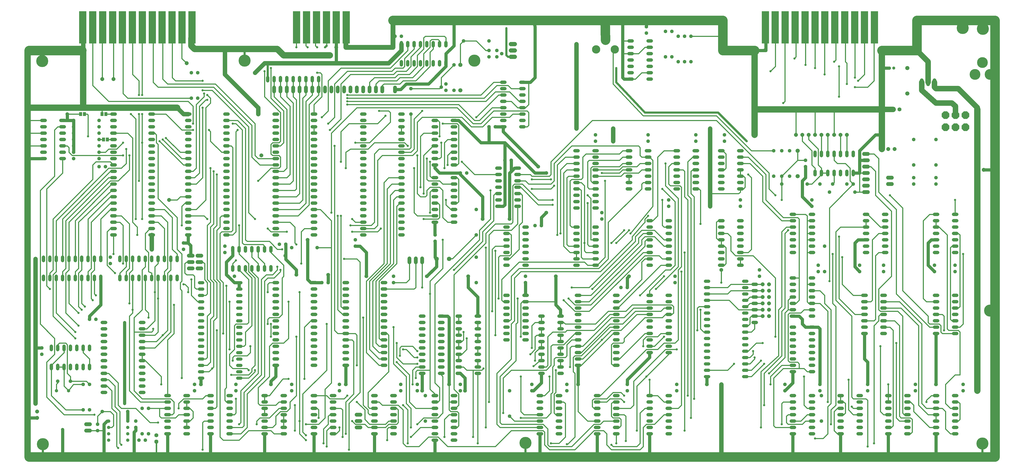
<source format=gtl>
G75*
G70*
%OFA0B0*%
%FSLAX24Y24*%
%IPPOS*%
%LPD*%
%AMOC8*
5,1,8,0,0,1.08239X$1,22.5*
%
%ADD10C,0.0520*%
%ADD11OC8,0.0520*%
%ADD12C,0.0520*%
%ADD13OC8,0.0630*%
%ADD14C,0.0630*%
%ADD15C,0.0114*%
%ADD16R,0.1169X0.5067*%
%ADD17C,0.0600*%
%ADD18C,0.0660*%
%ADD19C,0.0660*%
%ADD20OC8,0.0480*%
%ADD21C,0.0480*%
%ADD22OC8,0.0600*%
%ADD23C,0.1306*%
%ADD24C,0.0700*%
%ADD25C,0.0515*%
%ADD26OC8,0.1185*%
%ADD27C,0.0886*%
%ADD28C,0.1700*%
%ADD29R,0.0460X0.0630*%
%ADD30C,0.0160*%
%ADD31C,0.0356*%
%ADD32C,0.0500*%
%ADD33C,0.0700*%
%ADD34C,0.0591*%
%ADD35C,0.0320*%
%ADD36C,0.0472*%
%ADD37C,0.1000*%
%ADD38C,0.0860*%
%ADD39C,0.1900*%
%ADD40C,0.1500*%
%ADD41C,0.0760*%
%ADD42C,0.0240*%
D10*
X022641Y004901D02*
X023161Y004901D01*
X023161Y005901D02*
X022641Y005901D01*
X022641Y006901D02*
X023161Y006901D01*
X023161Y007901D02*
X022641Y007901D01*
X022641Y008901D02*
X023161Y008901D01*
X023161Y009901D02*
X022641Y009901D01*
X022641Y010901D02*
X023161Y010901D01*
X025641Y010901D02*
X026161Y010901D01*
X026161Y009901D02*
X025641Y009901D01*
X025641Y008901D02*
X026161Y008901D01*
X026161Y007901D02*
X025641Y007901D01*
X025641Y006901D02*
X026161Y006901D01*
X026161Y005901D02*
X025641Y005901D01*
X025641Y004901D02*
X026161Y004901D01*
X029391Y004901D02*
X029911Y004901D01*
X029911Y005901D02*
X029391Y005901D01*
X029391Y006901D02*
X029911Y006901D01*
X029911Y007901D02*
X029391Y007901D01*
X029391Y008901D02*
X029911Y008901D01*
X029911Y009901D02*
X029391Y009901D01*
X029391Y010901D02*
X029911Y010901D01*
X032391Y010901D02*
X032911Y010901D01*
X032911Y009901D02*
X032391Y009901D01*
X032391Y008901D02*
X032911Y008901D01*
X032911Y007901D02*
X032391Y007901D01*
X032391Y006901D02*
X032911Y006901D01*
X032911Y005901D02*
X032391Y005901D01*
X032391Y004901D02*
X032911Y004901D01*
X037891Y004901D02*
X038411Y004901D01*
X040891Y004901D02*
X041411Y004901D01*
X041411Y005901D02*
X040891Y005901D01*
X040891Y006901D02*
X041411Y006901D01*
X041411Y007901D02*
X040891Y007901D01*
X038411Y007901D02*
X037891Y007901D01*
X037891Y006901D02*
X038411Y006901D01*
X038411Y005901D02*
X037891Y005901D01*
X037891Y008901D02*
X038411Y008901D01*
X038411Y009901D02*
X037891Y009901D01*
X037891Y010901D02*
X038411Y010901D01*
X040891Y010901D02*
X041411Y010901D01*
X041411Y009901D02*
X040891Y009901D01*
X040891Y008901D02*
X041411Y008901D01*
X045641Y008901D02*
X046161Y008901D01*
X046161Y009901D02*
X045641Y009901D01*
X045641Y010901D02*
X046161Y010901D01*
X048641Y010901D02*
X049161Y010901D01*
X049161Y009901D02*
X048641Y009901D01*
X048641Y008901D02*
X049161Y008901D01*
X049161Y007901D02*
X048641Y007901D01*
X048641Y006901D02*
X049161Y006901D01*
X049161Y005901D02*
X048641Y005901D01*
X048641Y004901D02*
X049161Y004901D01*
X046161Y004901D02*
X045641Y004901D01*
X045641Y005901D02*
X046161Y005901D01*
X046161Y006901D02*
X045641Y006901D01*
X045641Y007901D02*
X046161Y007901D01*
X055141Y007901D02*
X055661Y007901D01*
X055661Y006901D02*
X055141Y006901D01*
X055141Y005901D02*
X055661Y005901D01*
X055661Y004901D02*
X055141Y004901D01*
X058141Y004901D02*
X058661Y004901D01*
X058661Y005901D02*
X058141Y005901D01*
X058141Y006901D02*
X058661Y006901D01*
X058661Y007901D02*
X058141Y007901D01*
X058141Y008901D02*
X058661Y008901D01*
X058661Y009901D02*
X058141Y009901D01*
X058141Y010901D02*
X058661Y010901D01*
X055661Y010901D02*
X055141Y010901D01*
X055141Y009901D02*
X055661Y009901D01*
X055661Y008901D02*
X055141Y008901D01*
X064641Y008901D02*
X065161Y008901D01*
X065161Y009901D02*
X064641Y009901D01*
X064641Y010901D02*
X065161Y010901D01*
X067641Y010901D02*
X068161Y010901D01*
X068161Y009901D02*
X067641Y009901D01*
X067641Y008901D02*
X068161Y008901D01*
X068161Y007901D02*
X067641Y007901D01*
X067641Y006901D02*
X068161Y006901D01*
X068161Y005901D02*
X067641Y005901D01*
X067641Y004901D02*
X068161Y004901D01*
X068161Y003901D02*
X067641Y003901D01*
X065161Y003901D02*
X064641Y003901D01*
X064641Y004901D02*
X065161Y004901D01*
X065161Y005901D02*
X064641Y005901D01*
X064641Y006901D02*
X065161Y006901D01*
X065161Y007901D02*
X064641Y007901D01*
X065641Y014401D02*
X066161Y014401D01*
X068391Y014401D02*
X068911Y014401D01*
X071391Y014401D02*
X071911Y014401D01*
X071911Y015401D02*
X071391Y015401D01*
X071391Y016401D02*
X071911Y016401D01*
X071911Y017401D02*
X071391Y017401D01*
X071391Y018401D02*
X071911Y018401D01*
X071911Y019401D02*
X071391Y019401D01*
X068911Y019401D02*
X068391Y019401D01*
X068391Y018401D02*
X068911Y018401D01*
X068911Y017401D02*
X068391Y017401D01*
X066161Y017401D02*
X065641Y017401D01*
X065641Y018401D02*
X066161Y018401D01*
X066161Y019401D02*
X065641Y019401D01*
X065641Y020401D02*
X066161Y020401D01*
X066161Y021401D02*
X065641Y021401D01*
X068391Y021401D02*
X068911Y021401D01*
X068911Y020401D02*
X068391Y020401D01*
X071391Y020401D02*
X071911Y020401D01*
X071911Y021401D02*
X071391Y021401D01*
X071391Y022401D02*
X071911Y022401D01*
X071911Y023401D02*
X071391Y023401D01*
X068911Y023401D02*
X068391Y023401D01*
X068391Y022401D02*
X068911Y022401D01*
X066161Y022401D02*
X065641Y022401D01*
X065641Y023401D02*
X066161Y023401D01*
X063161Y023401D02*
X062641Y023401D01*
X062641Y022401D02*
X063161Y022401D01*
X063161Y021401D02*
X062641Y021401D01*
X062641Y020401D02*
X063161Y020401D01*
X063161Y019401D02*
X062641Y019401D01*
X062641Y018401D02*
X063161Y018401D01*
X063161Y017401D02*
X062641Y017401D01*
X062641Y016401D02*
X063161Y016401D01*
X063161Y015401D02*
X062641Y015401D01*
X062641Y014401D02*
X063161Y014401D01*
X065641Y015401D02*
X066161Y015401D01*
X066161Y016401D02*
X065641Y016401D01*
X068391Y016401D02*
X068911Y016401D01*
X068911Y015401D02*
X068391Y015401D01*
X075891Y019651D02*
X076411Y019651D01*
X076411Y020651D02*
X075891Y020651D01*
X075891Y021651D02*
X076411Y021651D01*
X076411Y022651D02*
X075891Y022651D01*
X075891Y023651D02*
X076411Y023651D01*
X076411Y024651D02*
X075891Y024651D01*
X075891Y025651D02*
X076411Y025651D01*
X076411Y026651D02*
X075891Y026651D01*
X078891Y026651D02*
X079411Y026651D01*
X079411Y025651D02*
X078891Y025651D01*
X078891Y024651D02*
X079411Y024651D01*
X079411Y023651D02*
X078891Y023651D01*
X078891Y022651D02*
X079411Y022651D01*
X079411Y021651D02*
X078891Y021651D01*
X078891Y020651D02*
X079411Y020651D01*
X079411Y019651D02*
X078891Y019651D01*
X081391Y019401D02*
X081911Y019401D01*
X081911Y018401D02*
X081391Y018401D01*
X081391Y017401D02*
X081911Y017401D01*
X084391Y017401D02*
X084911Y017401D01*
X084911Y018401D02*
X084391Y018401D01*
X084391Y019401D02*
X084911Y019401D01*
X087141Y019651D02*
X087661Y019651D01*
X087661Y020651D02*
X087141Y020651D01*
X087141Y021651D02*
X087661Y021651D01*
X087661Y022651D02*
X087141Y022651D01*
X087141Y023651D02*
X087661Y023651D01*
X087661Y024651D02*
X087141Y024651D01*
X087141Y025651D02*
X087661Y025651D01*
X087661Y026651D02*
X087141Y026651D01*
X084911Y023401D02*
X084391Y023401D01*
X084391Y022401D02*
X084911Y022401D01*
X084911Y021401D02*
X084391Y021401D01*
X084391Y020401D02*
X084911Y020401D01*
X081911Y020401D02*
X081391Y020401D01*
X081391Y021401D02*
X081911Y021401D01*
X081911Y022401D02*
X081391Y022401D01*
X081391Y023401D02*
X081911Y023401D01*
X087141Y018651D02*
X087661Y018651D01*
X087661Y017651D02*
X087141Y017651D01*
X087141Y016651D02*
X087661Y016651D01*
X087661Y015651D02*
X087141Y015651D01*
X084911Y015401D02*
X084391Y015401D01*
X084391Y016401D02*
X084911Y016401D01*
X081911Y016401D02*
X081391Y016401D01*
X081391Y015401D02*
X081911Y015401D01*
X081911Y014401D02*
X081391Y014401D01*
X084391Y014401D02*
X084911Y014401D01*
X084661Y010901D02*
X084141Y010901D01*
X081661Y010901D02*
X081141Y010901D01*
X081141Y009901D02*
X081661Y009901D01*
X081661Y008901D02*
X081141Y008901D01*
X081141Y007901D02*
X081661Y007901D01*
X081661Y006901D02*
X081141Y006901D01*
X081141Y005901D02*
X081661Y005901D01*
X084141Y005901D02*
X084661Y005901D01*
X084661Y006901D02*
X084141Y006901D01*
X084141Y007901D02*
X084661Y007901D01*
X084661Y008901D02*
X084141Y008901D01*
X084141Y009901D02*
X084661Y009901D01*
X090141Y009901D02*
X090661Y009901D01*
X090661Y008901D02*
X090141Y008901D01*
X090141Y007901D02*
X090661Y007901D01*
X090661Y006901D02*
X090141Y006901D01*
X090141Y005901D02*
X090661Y005901D01*
X090661Y004901D02*
X090141Y004901D01*
X093141Y004901D02*
X093661Y004901D01*
X093661Y005901D02*
X093141Y005901D01*
X093141Y006901D02*
X093661Y006901D01*
X093661Y007901D02*
X093141Y007901D01*
X093141Y008901D02*
X093661Y008901D01*
X093661Y009901D02*
X093141Y009901D01*
X093141Y010901D02*
X093661Y010901D01*
X090661Y010901D02*
X090141Y010901D01*
X098391Y010901D02*
X098911Y010901D01*
X101391Y010901D02*
X101911Y010901D01*
X101911Y009901D02*
X101391Y009901D01*
X101391Y008901D02*
X101911Y008901D01*
X098911Y008901D02*
X098391Y008901D01*
X098391Y009901D02*
X098911Y009901D01*
X098911Y007901D02*
X098391Y007901D01*
X098391Y006901D02*
X098911Y006901D01*
X098911Y005901D02*
X098391Y005901D01*
X098391Y004901D02*
X098911Y004901D01*
X101391Y004901D02*
X101911Y004901D01*
X101911Y005901D02*
X101391Y005901D01*
X101391Y006901D02*
X101911Y006901D01*
X101911Y007901D02*
X101391Y007901D01*
X084661Y004901D02*
X084141Y004901D01*
X081661Y004901D02*
X081141Y004901D01*
X093141Y015651D02*
X093661Y015651D01*
X093661Y016651D02*
X093141Y016651D01*
X093141Y017651D02*
X093661Y017651D01*
X093661Y018651D02*
X093141Y018651D01*
X093141Y019651D02*
X093661Y019651D01*
X093661Y020651D02*
X093141Y020651D01*
X093141Y021651D02*
X093661Y021651D01*
X093661Y022651D02*
X093141Y022651D01*
X093141Y023651D02*
X093661Y023651D01*
X093661Y024651D02*
X093141Y024651D01*
X093141Y025651D02*
X093661Y025651D01*
X093661Y026651D02*
X093141Y026651D01*
X098391Y026651D02*
X098911Y026651D01*
X098911Y025651D02*
X098391Y025651D01*
X098391Y024651D02*
X098911Y024651D01*
X101391Y024651D02*
X101911Y024651D01*
X101911Y025651D02*
X101391Y025651D01*
X101391Y026651D02*
X101911Y026651D01*
X101911Y023651D02*
X101391Y023651D01*
X101391Y022651D02*
X101911Y022651D01*
X098911Y022651D02*
X098391Y022651D01*
X098391Y023651D02*
X098911Y023651D01*
X098911Y021651D02*
X098391Y021651D01*
X098391Y020651D02*
X098911Y020651D01*
X098911Y019651D02*
X098391Y019651D01*
X098391Y018651D02*
X098911Y018651D01*
X098911Y017651D02*
X098391Y017651D01*
X101391Y017651D02*
X101911Y017651D01*
X101911Y018651D02*
X101391Y018651D01*
X101391Y019651D02*
X101911Y019651D01*
X101911Y020651D02*
X101391Y020651D01*
X101391Y021651D02*
X101911Y021651D01*
X114891Y022401D02*
X115411Y022401D01*
X115411Y023401D02*
X114891Y023401D01*
X114891Y024401D02*
X115411Y024401D01*
X115411Y025401D02*
X114891Y025401D01*
X114891Y026401D02*
X115411Y026401D01*
X115411Y027401D02*
X114891Y027401D01*
X114891Y028401D02*
X115411Y028401D01*
X120891Y028401D02*
X121411Y028401D01*
X121411Y029401D02*
X120891Y029401D01*
X123891Y029401D02*
X124411Y029401D01*
X124411Y028401D02*
X123891Y028401D01*
X123891Y027401D02*
X124411Y027401D01*
X124411Y026401D02*
X123891Y026401D01*
X123891Y025401D02*
X124411Y025401D01*
X124411Y024401D02*
X123891Y024401D01*
X123891Y023401D02*
X124411Y023401D01*
X121411Y023401D02*
X120891Y023401D01*
X120891Y024401D02*
X121411Y024401D01*
X121411Y025401D02*
X120891Y025401D01*
X120891Y026401D02*
X121411Y026401D01*
X121411Y027401D02*
X120891Y027401D01*
X113161Y031401D02*
X112641Y031401D01*
X112641Y032401D02*
X113161Y032401D01*
X113161Y033401D02*
X112641Y033401D01*
X112641Y034401D02*
X113161Y034401D01*
X113161Y035401D02*
X112641Y035401D01*
X112641Y036401D02*
X113161Y036401D01*
X113161Y037401D02*
X112641Y037401D01*
X110161Y037401D02*
X109641Y037401D01*
X109641Y036401D02*
X110161Y036401D01*
X110161Y035401D02*
X109641Y035401D01*
X109641Y034401D02*
X110161Y034401D01*
X110161Y033401D02*
X109641Y033401D01*
X109641Y032401D02*
X110161Y032401D01*
X110161Y031401D02*
X109641Y031401D01*
X101911Y031401D02*
X101391Y031401D01*
X101391Y032401D02*
X101911Y032401D01*
X098911Y032401D02*
X098391Y032401D01*
X098391Y031401D02*
X098911Y031401D01*
X098911Y033401D02*
X098391Y033401D01*
X098391Y034401D02*
X098911Y034401D01*
X101391Y034401D02*
X101911Y034401D01*
X101911Y033401D02*
X101391Y033401D01*
X101391Y035401D02*
X101911Y035401D01*
X101911Y036401D02*
X101391Y036401D01*
X101391Y037401D02*
X101911Y037401D01*
X098911Y037401D02*
X098391Y037401D01*
X098391Y036401D02*
X098911Y036401D01*
X098911Y035401D02*
X098391Y035401D01*
X098391Y038401D02*
X098911Y038401D01*
X101391Y038401D02*
X101911Y038401D01*
X109641Y038401D02*
X110161Y038401D01*
X112641Y038401D02*
X113161Y038401D01*
X120891Y038401D02*
X121411Y038401D01*
X121411Y039401D02*
X120891Y039401D01*
X123891Y039401D02*
X124411Y039401D01*
X124411Y038401D02*
X123891Y038401D01*
X123891Y037401D02*
X124411Y037401D01*
X124411Y036401D02*
X123891Y036401D01*
X123891Y035401D02*
X124411Y035401D01*
X124411Y034401D02*
X123891Y034401D01*
X123891Y033401D02*
X124411Y033401D01*
X121411Y033401D02*
X120891Y033401D01*
X120891Y034401D02*
X121411Y034401D01*
X121411Y035401D02*
X120891Y035401D01*
X120891Y036401D02*
X121411Y036401D01*
X121411Y037401D02*
X120891Y037401D01*
X132391Y037401D02*
X132911Y037401D01*
X132911Y036401D02*
X132391Y036401D01*
X132391Y035401D02*
X132911Y035401D01*
X135391Y035401D02*
X135911Y035401D01*
X135911Y036401D02*
X135391Y036401D01*
X135391Y037401D02*
X135911Y037401D01*
X135911Y038401D02*
X135391Y038401D01*
X135391Y039401D02*
X135911Y039401D01*
X132911Y039401D02*
X132391Y039401D01*
X132391Y038401D02*
X132911Y038401D01*
X132911Y034401D02*
X132391Y034401D01*
X132391Y033401D02*
X132911Y033401D01*
X135391Y033401D02*
X135911Y033401D01*
X135911Y034401D02*
X135391Y034401D01*
X143391Y034401D02*
X143911Y034401D01*
X143911Y033401D02*
X143391Y033401D01*
X146391Y033401D02*
X146911Y033401D01*
X146911Y034401D02*
X146391Y034401D01*
X146391Y035401D02*
X146911Y035401D01*
X146911Y036401D02*
X146391Y036401D01*
X146391Y037401D02*
X146911Y037401D01*
X146911Y038401D02*
X146391Y038401D01*
X146391Y039401D02*
X146911Y039401D01*
X143911Y039401D02*
X143391Y039401D01*
X143391Y038401D02*
X143911Y038401D01*
X143911Y037401D02*
X143391Y037401D01*
X143391Y036401D02*
X143911Y036401D01*
X143911Y035401D02*
X143391Y035401D01*
X143391Y026651D02*
X143911Y026651D01*
X143911Y025651D02*
X143391Y025651D01*
X143391Y024651D02*
X143911Y024651D01*
X146391Y024651D02*
X146911Y024651D01*
X146911Y025651D02*
X146391Y025651D01*
X146391Y026651D02*
X146911Y026651D01*
X146911Y023651D02*
X146391Y023651D01*
X146391Y022651D02*
X146911Y022651D01*
X146911Y021651D02*
X146391Y021651D01*
X146391Y020651D02*
X146911Y020651D01*
X143911Y020651D02*
X143391Y020651D01*
X143391Y021651D02*
X143911Y021651D01*
X143911Y022651D02*
X143391Y022651D01*
X143391Y023651D02*
X143911Y023651D01*
X135661Y023651D02*
X135141Y023651D01*
X135141Y022651D02*
X135661Y022651D01*
X135661Y021651D02*
X135141Y021651D01*
X135141Y020651D02*
X135661Y020651D01*
X132661Y020651D02*
X132141Y020651D01*
X132141Y021651D02*
X132661Y021651D01*
X132661Y022651D02*
X132141Y022651D01*
X132141Y023651D02*
X132661Y023651D01*
X132661Y024651D02*
X132141Y024651D01*
X132141Y025651D02*
X132661Y025651D01*
X132661Y026651D02*
X132141Y026651D01*
X135141Y026651D02*
X135661Y026651D01*
X135661Y025651D02*
X135141Y025651D01*
X135141Y024651D02*
X135661Y024651D01*
X124411Y021651D02*
X123891Y021651D01*
X123891Y020651D02*
X124411Y020651D01*
X124411Y019651D02*
X123891Y019651D01*
X121411Y019651D02*
X120891Y019651D01*
X120891Y020651D02*
X121411Y020651D01*
X121411Y021651D02*
X120891Y021651D01*
X120891Y018651D02*
X121411Y018651D01*
X121411Y017651D02*
X120891Y017651D01*
X120891Y016651D02*
X121411Y016651D01*
X123891Y016651D02*
X124411Y016651D01*
X124411Y017651D02*
X123891Y017651D01*
X123891Y018651D02*
X124411Y018651D01*
X124411Y015651D02*
X123891Y015651D01*
X123891Y014651D02*
X124411Y014651D01*
X121411Y014651D02*
X120891Y014651D01*
X120891Y015651D02*
X121411Y015651D01*
X121411Y010901D02*
X120891Y010901D01*
X120891Y009901D02*
X121411Y009901D01*
X121411Y008901D02*
X120891Y008901D01*
X120891Y007901D02*
X121411Y007901D01*
X121411Y006901D02*
X120891Y006901D01*
X120891Y005901D02*
X121411Y005901D01*
X123891Y005901D02*
X124411Y005901D01*
X124411Y006901D02*
X123891Y006901D01*
X123891Y007901D02*
X124411Y007901D01*
X124411Y008901D02*
X123891Y008901D01*
X123891Y009901D02*
X124411Y009901D01*
X124411Y010901D02*
X123891Y010901D01*
X128391Y010901D02*
X128911Y010901D01*
X128911Y009901D02*
X128391Y009901D01*
X128391Y008901D02*
X128911Y008901D01*
X128911Y007901D02*
X128391Y007901D01*
X128391Y006901D02*
X128911Y006901D01*
X128911Y005901D02*
X128391Y005901D01*
X128391Y004901D02*
X128911Y004901D01*
X131391Y004901D02*
X131911Y004901D01*
X131911Y005901D02*
X131391Y005901D01*
X131391Y006901D02*
X131911Y006901D01*
X131911Y007901D02*
X131391Y007901D01*
X131391Y008901D02*
X131911Y008901D01*
X131911Y009901D02*
X131391Y009901D01*
X131391Y010901D02*
X131911Y010901D01*
X135891Y010901D02*
X136411Y010901D01*
X136411Y009901D02*
X135891Y009901D01*
X135891Y008901D02*
X136411Y008901D01*
X136411Y007901D02*
X135891Y007901D01*
X135891Y006901D02*
X136411Y006901D01*
X136411Y005901D02*
X135891Y005901D01*
X135891Y004901D02*
X136411Y004901D01*
X138891Y004901D02*
X139411Y004901D01*
X139411Y005901D02*
X138891Y005901D01*
X138891Y006901D02*
X139411Y006901D01*
X139411Y007901D02*
X138891Y007901D01*
X138891Y008901D02*
X139411Y008901D01*
X139411Y009901D02*
X138891Y009901D01*
X138891Y010901D02*
X139411Y010901D01*
X143391Y010901D02*
X143911Y010901D01*
X146391Y010901D02*
X146911Y010901D01*
X146911Y009901D02*
X146391Y009901D01*
X146391Y008901D02*
X146911Y008901D01*
X146911Y007901D02*
X146391Y007901D01*
X146391Y006901D02*
X146911Y006901D01*
X146911Y005901D02*
X146391Y005901D01*
X143911Y005901D02*
X143391Y005901D01*
X143391Y006901D02*
X143911Y006901D01*
X143911Y007901D02*
X143391Y007901D01*
X143391Y008901D02*
X143911Y008901D01*
X143911Y009901D02*
X143391Y009901D01*
X143391Y004901D02*
X143911Y004901D01*
X146391Y004901D02*
X146911Y004901D01*
X124411Y004901D02*
X123891Y004901D01*
X121411Y004901D02*
X120891Y004901D01*
X090411Y031401D02*
X089891Y031401D01*
X089891Y032401D02*
X090411Y032401D01*
X090411Y033401D02*
X089891Y033401D01*
X089891Y034401D02*
X090411Y034401D01*
X090411Y035401D02*
X089891Y035401D01*
X089891Y036401D02*
X090411Y036401D01*
X090411Y037401D02*
X089891Y037401D01*
X087411Y037401D02*
X086891Y037401D01*
X086891Y036401D02*
X087411Y036401D01*
X087411Y035401D02*
X086891Y035401D01*
X086891Y034401D02*
X087411Y034401D01*
X087411Y033401D02*
X086891Y033401D01*
X086891Y032401D02*
X087411Y032401D01*
X087411Y031401D02*
X086891Y031401D01*
X079411Y031401D02*
X078891Y031401D01*
X078891Y032401D02*
X079411Y032401D01*
X079411Y033401D02*
X078891Y033401D01*
X078891Y034401D02*
X079411Y034401D01*
X079411Y035401D02*
X078891Y035401D01*
X078891Y036401D02*
X079411Y036401D01*
X079411Y037401D02*
X078891Y037401D01*
X076411Y037401D02*
X075891Y037401D01*
X075891Y036401D02*
X076411Y036401D01*
X076411Y035401D02*
X075891Y035401D01*
X075891Y034401D02*
X076411Y034401D01*
X076411Y033401D02*
X075891Y033401D01*
X075891Y032401D02*
X076411Y032401D01*
X076411Y031401D02*
X075891Y031401D01*
X068161Y038151D02*
X067641Y038151D01*
X067641Y039151D02*
X068161Y039151D01*
X068161Y040151D02*
X067641Y040151D01*
X067641Y041151D02*
X068161Y041151D01*
X068161Y042151D02*
X067641Y042151D01*
X067641Y043151D02*
X068161Y043151D01*
X068161Y044151D02*
X067641Y044151D01*
X067641Y045151D02*
X068161Y045151D01*
X065161Y045151D02*
X064641Y045151D01*
X064641Y044151D02*
X065161Y044151D01*
X065161Y043151D02*
X064641Y043151D01*
X064641Y042151D02*
X065161Y042151D01*
X065161Y041151D02*
X064641Y041151D01*
X064641Y040151D02*
X065161Y040151D01*
X065161Y039151D02*
X064641Y039151D01*
X064641Y038151D02*
X065161Y038151D01*
X059911Y038151D02*
X059391Y038151D01*
X059391Y037151D02*
X059911Y037151D01*
X059911Y036151D02*
X059391Y036151D01*
X059391Y039151D02*
X059911Y039151D01*
X059911Y040151D02*
X059391Y040151D01*
X059391Y041151D02*
X059911Y041151D01*
X059911Y042151D02*
X059391Y042151D01*
X059391Y043151D02*
X059911Y043151D01*
X059911Y044151D02*
X059391Y044151D01*
X059391Y045151D02*
X059911Y045151D01*
X059911Y046151D02*
X059391Y046151D01*
X059391Y047151D02*
X059911Y047151D01*
X059911Y048151D02*
X059391Y048151D01*
X059391Y049151D02*
X059911Y049151D01*
X059911Y050151D02*
X059391Y050151D01*
X059391Y051151D02*
X059911Y051151D01*
X059911Y052151D02*
X059391Y052151D01*
X059391Y053151D02*
X059911Y053151D01*
X059911Y054151D02*
X059391Y054151D01*
X059391Y055151D02*
X059911Y055151D01*
X064641Y054151D02*
X065161Y054151D01*
X065161Y053151D02*
X064641Y053151D01*
X064641Y052151D02*
X065161Y052151D01*
X065161Y051151D02*
X064641Y051151D01*
X064641Y050151D02*
X065161Y050151D01*
X065161Y049151D02*
X064641Y049151D01*
X064641Y048151D02*
X065161Y048151D01*
X065161Y047151D02*
X064641Y047151D01*
X067641Y047151D02*
X068161Y047151D01*
X068161Y048151D02*
X067641Y048151D01*
X067641Y049151D02*
X068161Y049151D01*
X068161Y050151D02*
X067641Y050151D01*
X067641Y051151D02*
X068161Y051151D01*
X068161Y052151D02*
X067641Y052151D01*
X067641Y053151D02*
X068161Y053151D01*
X068161Y054151D02*
X067641Y054151D01*
X075391Y054151D02*
X075911Y054151D01*
X075911Y053151D02*
X075391Y053151D01*
X078391Y053151D02*
X078911Y053151D01*
X078911Y054151D02*
X078391Y054151D01*
X078391Y055151D02*
X078911Y055151D01*
X078911Y056151D02*
X078391Y056151D01*
X078391Y057151D02*
X078911Y057151D01*
X078911Y058151D02*
X078391Y058151D01*
X078391Y059151D02*
X078911Y059151D01*
X078911Y060151D02*
X078391Y060151D01*
X075911Y060151D02*
X075391Y060151D01*
X075391Y059151D02*
X075911Y059151D01*
X075911Y058151D02*
X075391Y058151D01*
X075391Y057151D02*
X075911Y057151D01*
X075911Y056151D02*
X075391Y056151D01*
X075391Y055151D02*
X075911Y055151D01*
X086891Y049401D02*
X087411Y049401D01*
X087411Y048401D02*
X086891Y048401D01*
X086891Y047401D02*
X087411Y047401D01*
X087411Y046401D02*
X086891Y046401D01*
X086891Y045401D02*
X087411Y045401D01*
X087411Y044401D02*
X086891Y044401D01*
X086891Y043401D02*
X087411Y043401D01*
X087411Y042401D02*
X086891Y042401D01*
X086891Y041401D02*
X087411Y041401D01*
X087411Y040401D02*
X086891Y040401D01*
X089891Y040401D02*
X090411Y040401D01*
X090411Y041401D02*
X089891Y041401D01*
X089891Y042401D02*
X090411Y042401D01*
X090411Y043401D02*
X089891Y043401D01*
X089891Y044401D02*
X090411Y044401D01*
X090411Y045401D02*
X089891Y045401D01*
X089891Y046401D02*
X090411Y046401D01*
X090411Y047401D02*
X089891Y047401D01*
X089891Y048401D02*
X090411Y048401D01*
X090411Y049401D02*
X089891Y049401D01*
X095141Y049401D02*
X095661Y049401D01*
X095661Y048401D02*
X095141Y048401D01*
X095141Y047401D02*
X095661Y047401D01*
X095661Y046401D02*
X095141Y046401D01*
X095141Y045401D02*
X095661Y045401D01*
X095661Y044401D02*
X095141Y044401D01*
X095141Y043401D02*
X095661Y043401D01*
X098141Y043401D02*
X098661Y043401D01*
X098661Y044401D02*
X098141Y044401D01*
X098141Y045401D02*
X098661Y045401D01*
X098661Y046401D02*
X098141Y046401D01*
X098141Y047401D02*
X098661Y047401D01*
X098661Y048401D02*
X098141Y048401D01*
X098141Y049401D02*
X098661Y049401D01*
X102641Y049401D02*
X103161Y049401D01*
X103161Y048401D02*
X102641Y048401D01*
X102641Y047401D02*
X103161Y047401D01*
X103161Y046401D02*
X102641Y046401D01*
X102641Y045401D02*
X103161Y045401D01*
X103161Y044401D02*
X102641Y044401D01*
X102641Y043401D02*
X103161Y043401D01*
X105641Y043401D02*
X106161Y043401D01*
X106161Y044401D02*
X105641Y044401D01*
X105641Y045401D02*
X106161Y045401D01*
X106161Y046401D02*
X105641Y046401D01*
X105641Y047401D02*
X106161Y047401D01*
X106161Y048401D02*
X105641Y048401D01*
X105641Y049401D02*
X106161Y049401D01*
X109641Y049401D02*
X110161Y049401D01*
X110161Y048401D02*
X109641Y048401D01*
X109641Y047401D02*
X110161Y047401D01*
X110161Y046401D02*
X109641Y046401D01*
X109641Y045401D02*
X110161Y045401D01*
X110161Y044401D02*
X109641Y044401D01*
X109641Y043401D02*
X110161Y043401D01*
X112641Y043401D02*
X113161Y043401D01*
X113161Y044401D02*
X112641Y044401D01*
X112641Y045401D02*
X113161Y045401D01*
X113161Y046401D02*
X112641Y046401D01*
X112641Y047401D02*
X113161Y047401D01*
X113161Y048401D02*
X112641Y048401D01*
X112641Y049401D02*
X113161Y049401D01*
X124651Y049161D02*
X124651Y048641D01*
X125651Y048641D02*
X125651Y049161D01*
X126651Y049161D02*
X126651Y048641D01*
X127651Y048641D02*
X127651Y049161D01*
X128651Y049161D02*
X128651Y048641D01*
X129651Y048641D02*
X129651Y049161D01*
X130651Y049161D02*
X130651Y048641D01*
X130651Y046161D02*
X130651Y045641D01*
X129651Y045641D02*
X129651Y046161D01*
X128651Y046161D02*
X128651Y045641D01*
X127651Y045641D02*
X127651Y046161D01*
X126651Y046161D02*
X126651Y045641D01*
X125651Y045641D02*
X125651Y046161D01*
X124651Y046161D02*
X124651Y045641D01*
X098911Y060651D02*
X098391Y060651D01*
X095911Y060651D02*
X095391Y060651D01*
X095391Y061651D02*
X095911Y061651D01*
X095911Y062651D02*
X095391Y062651D01*
X095391Y063651D02*
X095911Y063651D01*
X095911Y064651D02*
X095391Y064651D01*
X095391Y065651D02*
X095911Y065651D01*
X098391Y065651D02*
X098911Y065651D01*
X098911Y064651D02*
X098391Y064651D01*
X098391Y063651D02*
X098911Y063651D01*
X098911Y062651D02*
X098391Y062651D01*
X098391Y061651D02*
X098911Y061651D01*
X098911Y066651D02*
X098391Y066651D01*
X095911Y066651D02*
X095391Y066651D01*
X066651Y066411D02*
X066651Y065891D01*
X065651Y065891D02*
X065651Y066411D01*
X064651Y066411D02*
X064651Y065891D01*
X063651Y065891D02*
X063651Y066411D01*
X062651Y066411D02*
X062651Y065891D01*
X061651Y065891D02*
X061651Y066411D01*
X060651Y066411D02*
X060651Y065891D01*
X059651Y065891D02*
X059651Y066411D01*
X059651Y063411D02*
X059651Y062891D01*
X060651Y062891D02*
X060651Y063411D01*
X061651Y063411D02*
X061651Y062891D01*
X062651Y062891D02*
X062651Y063411D01*
X063651Y063411D02*
X063651Y062891D01*
X064651Y062891D02*
X064651Y063411D01*
X065651Y063411D02*
X065651Y062891D01*
X066651Y062891D02*
X066651Y063411D01*
X053911Y055151D02*
X053391Y055151D01*
X053391Y054151D02*
X053911Y054151D01*
X053911Y053151D02*
X053391Y053151D01*
X053391Y052151D02*
X053911Y052151D01*
X053911Y051151D02*
X053391Y051151D01*
X053391Y050151D02*
X053911Y050151D01*
X053911Y049151D02*
X053391Y049151D01*
X053391Y048151D02*
X053911Y048151D01*
X053911Y047151D02*
X053391Y047151D01*
X053391Y046151D02*
X053911Y046151D01*
X053911Y045151D02*
X053391Y045151D01*
X053391Y044151D02*
X053911Y044151D01*
X053911Y043151D02*
X053391Y043151D01*
X053391Y042151D02*
X053911Y042151D01*
X053911Y041151D02*
X053391Y041151D01*
X053391Y040151D02*
X053911Y040151D01*
X053911Y039151D02*
X053391Y039151D01*
X053391Y038151D02*
X053911Y038151D01*
X053911Y037151D02*
X053391Y037151D01*
X053391Y036151D02*
X053911Y036151D01*
X046161Y036151D02*
X045641Y036151D01*
X045641Y037151D02*
X046161Y037151D01*
X046161Y038151D02*
X045641Y038151D01*
X045641Y039151D02*
X046161Y039151D01*
X046161Y040151D02*
X045641Y040151D01*
X045641Y041151D02*
X046161Y041151D01*
X046161Y042151D02*
X045641Y042151D01*
X045641Y043151D02*
X046161Y043151D01*
X046161Y044151D02*
X045641Y044151D01*
X045641Y045151D02*
X046161Y045151D01*
X046161Y046151D02*
X045641Y046151D01*
X045641Y047151D02*
X046161Y047151D01*
X046161Y048151D02*
X045641Y048151D01*
X045641Y049151D02*
X046161Y049151D01*
X046161Y050151D02*
X045641Y050151D01*
X045641Y051151D02*
X046161Y051151D01*
X046161Y052151D02*
X045641Y052151D01*
X045641Y053151D02*
X046161Y053151D01*
X046161Y054151D02*
X045641Y054151D01*
X045641Y055151D02*
X046161Y055151D01*
X040161Y055151D02*
X039641Y055151D01*
X039641Y054151D02*
X040161Y054151D01*
X040161Y053151D02*
X039641Y053151D01*
X039641Y052151D02*
X040161Y052151D01*
X040161Y051151D02*
X039641Y051151D01*
X039641Y050151D02*
X040161Y050151D01*
X040161Y049151D02*
X039641Y049151D01*
X039641Y048151D02*
X040161Y048151D01*
X040161Y047151D02*
X039641Y047151D01*
X039641Y046151D02*
X040161Y046151D01*
X040161Y045151D02*
X039641Y045151D01*
X039641Y044151D02*
X040161Y044151D01*
X040161Y043151D02*
X039641Y043151D01*
X039641Y042151D02*
X040161Y042151D01*
X040161Y041151D02*
X039641Y041151D01*
X039641Y040151D02*
X040161Y040151D01*
X040161Y039151D02*
X039641Y039151D01*
X039641Y038151D02*
X040161Y038151D01*
X040161Y037151D02*
X039641Y037151D01*
X039641Y036151D02*
X040161Y036151D01*
X039151Y034161D02*
X039151Y033641D01*
X038151Y033641D02*
X038151Y034161D01*
X037151Y034161D02*
X037151Y033641D01*
X036151Y033641D02*
X036151Y034161D01*
X035151Y034161D02*
X035151Y033641D01*
X034151Y033641D02*
X034151Y034161D01*
X033151Y034161D02*
X033151Y033641D01*
X033151Y031161D02*
X033151Y030641D01*
X034151Y030641D02*
X034151Y031161D01*
X035151Y031161D02*
X035151Y030641D01*
X036151Y030641D02*
X036151Y031161D01*
X037151Y031161D02*
X037151Y030641D01*
X038151Y030641D02*
X038151Y031161D01*
X039151Y031161D02*
X039151Y030641D01*
X039641Y028651D02*
X040161Y028651D01*
X040161Y027651D02*
X039641Y027651D01*
X039641Y026651D02*
X040161Y026651D01*
X040161Y025651D02*
X039641Y025651D01*
X039641Y024651D02*
X040161Y024651D01*
X040161Y023651D02*
X039641Y023651D01*
X039641Y022651D02*
X040161Y022651D01*
X040161Y021651D02*
X039641Y021651D01*
X039641Y020651D02*
X040161Y020651D01*
X040161Y019651D02*
X039641Y019651D01*
X039641Y018651D02*
X040161Y018651D01*
X040161Y017651D02*
X039641Y017651D01*
X039641Y016651D02*
X040161Y016651D01*
X040161Y015651D02*
X039641Y015651D01*
X045641Y015651D02*
X046161Y015651D01*
X046161Y016651D02*
X045641Y016651D01*
X045641Y017651D02*
X046161Y017651D01*
X046161Y018651D02*
X045641Y018651D01*
X045641Y019651D02*
X046161Y019651D01*
X046161Y020651D02*
X045641Y020651D01*
X045641Y021651D02*
X046161Y021651D01*
X046161Y022651D02*
X045641Y022651D01*
X045641Y023651D02*
X046161Y023651D01*
X046161Y024651D02*
X045641Y024651D01*
X045641Y025651D02*
X046161Y025651D01*
X046161Y026651D02*
X045641Y026651D01*
X045641Y027651D02*
X046161Y027651D01*
X046161Y028651D02*
X045641Y028651D01*
X050641Y028651D02*
X051161Y028651D01*
X051161Y027651D02*
X050641Y027651D01*
X050641Y026651D02*
X051161Y026651D01*
X051161Y025651D02*
X050641Y025651D01*
X050641Y024651D02*
X051161Y024651D01*
X051161Y023651D02*
X050641Y023651D01*
X050641Y022651D02*
X051161Y022651D01*
X051161Y021651D02*
X050641Y021651D01*
X050641Y020651D02*
X051161Y020651D01*
X051161Y019651D02*
X050641Y019651D01*
X050641Y018651D02*
X051161Y018651D01*
X051161Y017651D02*
X050641Y017651D01*
X050641Y016651D02*
X051161Y016651D01*
X051161Y015651D02*
X050641Y015651D01*
X056641Y015651D02*
X057161Y015651D01*
X057161Y016651D02*
X056641Y016651D01*
X056641Y017651D02*
X057161Y017651D01*
X057161Y018651D02*
X056641Y018651D01*
X056641Y019651D02*
X057161Y019651D01*
X057161Y020651D02*
X056641Y020651D01*
X056641Y021651D02*
X057161Y021651D01*
X057161Y022651D02*
X056641Y022651D01*
X056641Y023651D02*
X057161Y023651D01*
X057161Y024651D02*
X056641Y024651D01*
X056641Y025651D02*
X057161Y025651D01*
X057161Y026651D02*
X056641Y026651D01*
X056641Y027651D02*
X057161Y027651D01*
X057161Y028651D02*
X056641Y028651D01*
X032411Y036151D02*
X031891Y036151D01*
X031891Y037151D02*
X032411Y037151D01*
X032411Y038151D02*
X031891Y038151D01*
X031891Y039151D02*
X032411Y039151D01*
X032411Y040151D02*
X031891Y040151D01*
X031891Y041151D02*
X032411Y041151D01*
X032411Y042151D02*
X031891Y042151D01*
X031891Y043151D02*
X032411Y043151D01*
X032411Y044151D02*
X031891Y044151D01*
X031891Y045151D02*
X032411Y045151D01*
X032411Y046151D02*
X031891Y046151D01*
X031891Y047151D02*
X032411Y047151D01*
X032411Y048151D02*
X031891Y048151D01*
X031891Y049151D02*
X032411Y049151D01*
X032411Y050151D02*
X031891Y050151D01*
X031891Y051151D02*
X032411Y051151D01*
X032411Y052151D02*
X031891Y052151D01*
X031891Y053151D02*
X032411Y053151D01*
X032411Y054151D02*
X031891Y054151D01*
X031891Y055151D02*
X032411Y055151D01*
X026411Y055151D02*
X025891Y055151D01*
X025891Y054151D02*
X026411Y054151D01*
X026411Y053151D02*
X025891Y053151D01*
X025891Y052151D02*
X026411Y052151D01*
X026411Y051151D02*
X025891Y051151D01*
X025891Y050151D02*
X026411Y050151D01*
X026411Y049151D02*
X025891Y049151D01*
X025891Y048151D02*
X026411Y048151D01*
X026411Y047151D02*
X025891Y047151D01*
X025891Y046151D02*
X026411Y046151D01*
X026411Y045151D02*
X025891Y045151D01*
X025891Y044151D02*
X026411Y044151D01*
X026411Y043151D02*
X025891Y043151D01*
X025891Y042151D02*
X026411Y042151D01*
X026411Y041151D02*
X025891Y041151D01*
X025891Y040151D02*
X026411Y040151D01*
X026411Y039151D02*
X025891Y039151D01*
X025891Y038151D02*
X026411Y038151D01*
X026411Y037151D02*
X025891Y037151D01*
X025891Y036151D02*
X026411Y036151D01*
X020661Y036151D02*
X020141Y036151D01*
X020141Y037151D02*
X020661Y037151D01*
X020661Y038151D02*
X020141Y038151D01*
X020141Y039151D02*
X020661Y039151D01*
X020661Y040151D02*
X020141Y040151D01*
X020141Y041151D02*
X020661Y041151D01*
X020661Y042151D02*
X020141Y042151D01*
X020141Y043151D02*
X020661Y043151D01*
X020661Y044151D02*
X020141Y044151D01*
X020141Y045151D02*
X020661Y045151D01*
X020661Y046151D02*
X020141Y046151D01*
X020141Y047151D02*
X020661Y047151D01*
X020661Y048151D02*
X020141Y048151D01*
X020141Y049151D02*
X020661Y049151D01*
X020661Y050151D02*
X020141Y050151D01*
X020141Y051151D02*
X020661Y051151D01*
X020661Y052151D02*
X020141Y052151D01*
X020141Y053151D02*
X020661Y053151D01*
X020661Y054151D02*
X020141Y054151D01*
X020141Y055151D02*
X020661Y055151D01*
X014661Y055151D02*
X014141Y055151D01*
X014141Y054151D02*
X014661Y054151D01*
X014661Y053151D02*
X014141Y053151D01*
X014141Y052151D02*
X014661Y052151D01*
X014661Y051151D02*
X014141Y051151D01*
X014141Y050151D02*
X014661Y050151D01*
X014661Y049151D02*
X014141Y049151D01*
X014141Y048151D02*
X014661Y048151D01*
X014661Y047151D02*
X014141Y047151D01*
X014141Y046151D02*
X014661Y046151D01*
X014661Y045151D02*
X014141Y045151D01*
X014141Y044151D02*
X014661Y044151D01*
X014661Y043151D02*
X014141Y043151D01*
X014141Y042151D02*
X014661Y042151D01*
X014661Y041151D02*
X014141Y041151D01*
X014141Y040151D02*
X014661Y040151D01*
X014661Y039151D02*
X014141Y039151D01*
X014141Y038151D02*
X014661Y038151D01*
X014661Y037151D02*
X014141Y037151D01*
X014141Y036151D02*
X014661Y036151D01*
X015401Y032661D02*
X015401Y032141D01*
X016401Y032141D02*
X016401Y032661D01*
X017401Y032661D02*
X017401Y032141D01*
X018401Y032141D02*
X018401Y032661D01*
X019401Y032661D02*
X019401Y032141D01*
X020401Y032141D02*
X020401Y032661D01*
X021401Y032661D02*
X021401Y032141D01*
X022401Y032141D02*
X022401Y032661D01*
X023401Y032661D02*
X023401Y032141D01*
X024401Y032141D02*
X024401Y032661D01*
X024401Y029661D02*
X024401Y029141D01*
X023401Y029141D02*
X023401Y029661D01*
X022401Y029661D02*
X022401Y029141D01*
X021401Y029141D02*
X021401Y029661D01*
X020401Y029661D02*
X020401Y029141D01*
X019401Y029141D02*
X019401Y029661D01*
X018401Y029661D02*
X018401Y029141D01*
X017401Y029141D02*
X017401Y029661D01*
X016401Y029661D02*
X016401Y029141D01*
X015401Y029141D02*
X015401Y029661D01*
X012401Y029661D02*
X012401Y029141D01*
X011401Y029141D02*
X011401Y029661D01*
X010401Y029661D02*
X010401Y029141D01*
X009401Y029141D02*
X009401Y029661D01*
X008401Y029661D02*
X008401Y029141D01*
X007401Y029141D02*
X007401Y029661D01*
X006401Y029661D02*
X006401Y029141D01*
X005401Y029141D02*
X005401Y029661D01*
X004401Y029661D02*
X004401Y029141D01*
X003401Y029141D02*
X003401Y029661D01*
X003401Y032141D02*
X003401Y032661D01*
X004401Y032661D02*
X004401Y032141D01*
X005401Y032141D02*
X005401Y032661D01*
X006401Y032661D02*
X006401Y032141D01*
X007401Y032141D02*
X007401Y032661D01*
X008401Y032661D02*
X008401Y032141D01*
X009401Y032141D02*
X009401Y032661D01*
X010401Y032661D02*
X010401Y032141D01*
X011401Y032141D02*
X011401Y032661D01*
X012401Y032661D02*
X012401Y032141D01*
X012641Y022401D02*
X013161Y022401D01*
X013161Y021401D02*
X012641Y021401D01*
X012641Y020401D02*
X013161Y020401D01*
X013161Y019401D02*
X012641Y019401D01*
X012641Y018401D02*
X013161Y018401D01*
X013161Y017401D02*
X012641Y017401D01*
X010651Y018141D02*
X010651Y018661D01*
X009651Y018661D02*
X009651Y018141D01*
X008651Y018141D02*
X008651Y018661D01*
X007651Y018661D02*
X007651Y018141D01*
X006651Y018141D02*
X006651Y018661D01*
X005651Y018661D02*
X005651Y018141D01*
X004651Y018141D02*
X004651Y018661D01*
X004651Y015661D02*
X004651Y015141D01*
X005651Y015141D02*
X005651Y015661D01*
X006651Y015661D02*
X006651Y015141D01*
X007651Y015141D02*
X007651Y015661D01*
X008651Y015661D02*
X008651Y015141D01*
X009651Y015141D02*
X009651Y015661D01*
X010651Y015661D02*
X010651Y015141D01*
X012641Y015401D02*
X013161Y015401D01*
X013161Y016401D02*
X012641Y016401D01*
X012641Y014401D02*
X013161Y014401D01*
X013161Y013401D02*
X012641Y013401D01*
X012641Y012401D02*
X013161Y012401D01*
X013161Y011401D02*
X012641Y011401D01*
X018641Y011401D02*
X019161Y011401D01*
X019161Y012401D02*
X018641Y012401D01*
X018641Y013401D02*
X019161Y013401D01*
X019161Y014401D02*
X018641Y014401D01*
X018641Y015401D02*
X019161Y015401D01*
X019161Y016401D02*
X018641Y016401D01*
X018641Y017401D02*
X019161Y017401D01*
X019161Y018401D02*
X018641Y018401D01*
X018641Y019401D02*
X019161Y019401D01*
X019161Y020401D02*
X018641Y020401D01*
X018641Y021401D02*
X019161Y021401D01*
X019161Y022401D02*
X018641Y022401D01*
X006661Y048151D02*
X006141Y048151D01*
X003661Y048151D02*
X003141Y048151D01*
X003141Y049151D02*
X003661Y049151D01*
X003661Y050151D02*
X003141Y050151D01*
X003141Y051151D02*
X003661Y051151D01*
X006141Y051151D02*
X006661Y051151D01*
X006661Y050151D02*
X006141Y050151D01*
X006141Y049151D02*
X006661Y049151D01*
X006661Y052151D02*
X006141Y052151D01*
X006141Y053151D02*
X006661Y053151D01*
X006661Y054151D02*
X006141Y054151D01*
X003661Y054151D02*
X003141Y054151D01*
X003141Y053151D02*
X003661Y053151D01*
X003661Y052151D02*
X003141Y052151D01*
X038651Y060391D02*
X038651Y060911D01*
X039651Y060911D02*
X039651Y060391D01*
X040651Y060391D02*
X040651Y060911D01*
X041651Y060911D02*
X041651Y060391D01*
X042651Y060391D02*
X042651Y060911D01*
X043651Y060911D02*
X043651Y060391D01*
X044651Y060391D02*
X044651Y060911D01*
X045651Y060911D02*
X045651Y060391D01*
X046651Y060391D02*
X046651Y060911D01*
X074641Y046651D02*
X075161Y046651D01*
X075161Y045651D02*
X074641Y045651D01*
X074641Y044651D02*
X075161Y044651D01*
X075161Y043651D02*
X074641Y043651D01*
X074641Y042651D02*
X075161Y042651D01*
X077641Y042651D02*
X078161Y042651D01*
X078161Y043651D02*
X077641Y043651D01*
X077641Y044651D02*
X078161Y044651D01*
X078161Y045651D02*
X077641Y045651D01*
X077641Y046651D02*
X078161Y046651D01*
X078161Y041651D02*
X077641Y041651D01*
X077641Y040651D02*
X078161Y040651D01*
X075161Y040651D02*
X074641Y040651D01*
X074641Y041651D02*
X075161Y041651D01*
D11*
X071401Y040151D03*
X071401Y036151D03*
X064937Y036154D03*
X064937Y035154D03*
X071401Y032651D03*
X079151Y029651D03*
X079151Y028651D03*
X071401Y028651D03*
X058401Y028651D03*
X058401Y029651D03*
X052401Y034401D03*
X052401Y035401D03*
X046401Y034151D03*
X042401Y034151D03*
X041459Y034689D03*
X040459Y034689D03*
X031901Y034401D03*
X031901Y033401D03*
X032401Y029651D03*
X033401Y029651D03*
X025401Y033901D03*
X025401Y034901D03*
X013901Y032651D03*
X013901Y031651D03*
X002151Y032401D03*
X001151Y032401D03*
X010651Y022901D03*
X011651Y022901D03*
X003151Y018401D03*
X003151Y017401D03*
X005651Y013151D03*
X007651Y013151D03*
X009651Y012651D03*
X010651Y012651D03*
X018901Y008901D03*
X019901Y008901D03*
X016651Y008401D03*
X017901Y006901D03*
X017901Y005901D03*
X018901Y004901D03*
X019901Y004901D03*
X019401Y003901D03*
X018401Y003901D03*
X011901Y005401D03*
X011901Y006401D03*
X012651Y008401D03*
X010651Y008651D03*
X009651Y008651D03*
X027151Y011651D03*
X027151Y012651D03*
X033651Y012651D03*
X033651Y011651D03*
X042401Y011651D03*
X042401Y012651D03*
X049901Y012651D03*
X049901Y011651D03*
X059524Y011666D03*
X059524Y012666D03*
X062151Y012651D03*
X062151Y011651D03*
X063401Y010901D03*
X068901Y011651D03*
X068901Y012651D03*
X076651Y011651D03*
X080151Y011651D03*
X080151Y012651D03*
X085651Y012651D03*
X085651Y011651D03*
X095151Y011651D03*
X095151Y012651D03*
X102901Y012651D03*
X102901Y011651D03*
X119901Y011651D03*
X119901Y012651D03*
X125401Y012651D03*
X125401Y011651D03*
X125651Y010901D03*
X132901Y011651D03*
X132901Y012651D03*
X140401Y012651D03*
X140401Y011651D03*
X147901Y011651D03*
X147901Y012651D03*
X125651Y006901D03*
X095151Y027901D03*
X094151Y027901D03*
X102651Y028651D03*
X102651Y029651D03*
X115901Y029651D03*
X115901Y030651D03*
X125151Y030401D03*
X125151Y031401D03*
X126151Y030401D03*
X131651Y030401D03*
X131651Y031401D03*
X135401Y031401D03*
X135401Y030401D03*
X126151Y034401D03*
X124151Y040651D03*
X124151Y041651D03*
X126901Y042901D03*
X127401Y044151D03*
X125401Y044151D03*
X123401Y044151D03*
X120651Y045401D03*
X119401Y045401D03*
X118151Y045401D03*
X119401Y044151D03*
X123151Y046901D03*
X123151Y047901D03*
X120651Y049401D03*
X119401Y049401D03*
X118151Y049401D03*
X110401Y050901D03*
X110401Y051901D03*
X105901Y051901D03*
X105901Y050901D03*
X098401Y050901D03*
X098401Y051901D03*
X090151Y051901D03*
X090151Y050901D03*
X076901Y047901D03*
X075901Y047901D03*
X069901Y045901D03*
X068901Y045901D03*
X073401Y053151D03*
X074401Y053151D03*
X067901Y058901D03*
X066651Y058901D03*
X065901Y059401D03*
X066651Y059901D03*
X061151Y059151D03*
X061151Y055151D03*
X067901Y062901D03*
X073401Y064151D03*
X074651Y064151D03*
X075401Y064651D03*
X074651Y065151D03*
X073401Y065151D03*
X073401Y066651D03*
X069401Y066651D03*
X059651Y067401D03*
X058651Y067401D03*
X027651Y061651D03*
X026651Y061651D03*
X026651Y057651D03*
X027651Y057651D03*
X012151Y054151D03*
X012151Y053151D03*
X012151Y052151D03*
X012151Y051151D03*
X012151Y050151D03*
X012151Y049151D03*
X012151Y048151D03*
X012151Y046901D03*
X013151Y046901D03*
X008151Y048151D03*
X008151Y049151D03*
X008151Y050151D03*
X008151Y051151D03*
X008151Y052151D03*
X008151Y053151D03*
X008151Y054151D03*
X007151Y055151D03*
X007151Y056151D03*
X047151Y028651D03*
X048151Y028651D03*
X080652Y037620D03*
X081652Y037620D03*
X091151Y038651D03*
X091151Y039651D03*
X101651Y040651D03*
X101651Y041651D03*
X112901Y041651D03*
X112901Y040651D03*
X129651Y044151D03*
X130651Y044151D03*
X130901Y042901D03*
X140151Y044151D03*
X140151Y045151D03*
X140151Y047151D03*
X143651Y047151D03*
X143651Y045151D03*
X143651Y044151D03*
X143651Y051151D03*
X140151Y051151D03*
X105151Y063401D03*
X104151Y063401D03*
X103151Y063401D03*
X102151Y064151D03*
X101151Y064151D03*
X103151Y067401D03*
X104151Y067401D03*
X105151Y067401D03*
X102151Y068151D03*
X101151Y068151D03*
X098151Y067901D03*
X098151Y068901D03*
X143401Y031401D03*
X143401Y030401D03*
X146651Y030401D03*
X146651Y031401D03*
X076651Y007651D03*
X063401Y006901D03*
D12*
X016651Y006901D03*
X016651Y005901D03*
X016651Y004901D03*
X016651Y003901D03*
X013651Y003901D03*
X013651Y004901D03*
X013651Y005901D03*
X013651Y006901D03*
X006401Y005551D03*
X005451Y011651D03*
X007351Y011651D03*
D13*
X021151Y003651D03*
X136901Y055901D03*
D14*
X137901Y055901D03*
X021151Y004651D03*
D15*
X020518Y066773D02*
X020518Y067419D01*
X020784Y067419D01*
X020784Y066773D01*
X020518Y066773D01*
X020518Y066886D02*
X020784Y066886D01*
X020784Y066999D02*
X020518Y066999D01*
X020518Y067112D02*
X020784Y067112D01*
X020784Y067225D02*
X020518Y067225D01*
X020518Y067338D02*
X020784Y067338D01*
X022018Y067419D02*
X022018Y066773D01*
X022018Y067419D02*
X022284Y067419D01*
X022284Y066773D01*
X022018Y066773D01*
X022018Y066886D02*
X022284Y066886D01*
X022284Y066999D02*
X022018Y066999D01*
X022018Y067112D02*
X022284Y067112D01*
X022284Y067225D02*
X022018Y067225D01*
X022018Y067338D02*
X022284Y067338D01*
X023518Y067419D02*
X023518Y066773D01*
X023518Y067419D02*
X023784Y067419D01*
X023784Y066773D01*
X023518Y066773D01*
X023518Y066886D02*
X023784Y066886D01*
X023784Y066999D02*
X023518Y066999D01*
X023518Y067112D02*
X023784Y067112D01*
X023784Y067225D02*
X023518Y067225D01*
X023518Y067338D02*
X023784Y067338D01*
X025284Y067419D02*
X025284Y066773D01*
X025018Y066773D01*
X025018Y067419D01*
X025284Y067419D01*
X025284Y066886D02*
X025018Y066886D01*
X025018Y066999D02*
X025284Y066999D01*
X025284Y067112D02*
X025018Y067112D01*
X025018Y067225D02*
X025284Y067225D01*
X025284Y067338D02*
X025018Y067338D01*
X026518Y067419D02*
X026518Y066773D01*
X026518Y067419D02*
X026784Y067419D01*
X026784Y066773D01*
X026518Y066773D01*
X026518Y066886D02*
X026784Y066886D01*
X026784Y066999D02*
X026518Y066999D01*
X026518Y067112D02*
X026784Y067112D01*
X026784Y067225D02*
X026518Y067225D01*
X026518Y067338D02*
X026784Y067338D01*
X018768Y067419D02*
X018768Y066773D01*
X018768Y067419D02*
X019034Y067419D01*
X019034Y066773D01*
X018768Y066773D01*
X018768Y066886D02*
X019034Y066886D01*
X019034Y066999D02*
X018768Y066999D01*
X018768Y067112D02*
X019034Y067112D01*
X019034Y067225D02*
X018768Y067225D01*
X018768Y067338D02*
X019034Y067338D01*
X017268Y067419D02*
X017268Y066773D01*
X017268Y067419D02*
X017534Y067419D01*
X017534Y066773D01*
X017268Y066773D01*
X017268Y066886D02*
X017534Y066886D01*
X017534Y066999D02*
X017268Y066999D01*
X017268Y067112D02*
X017534Y067112D01*
X017534Y067225D02*
X017268Y067225D01*
X017268Y067338D02*
X017534Y067338D01*
X015768Y067419D02*
X015768Y066773D01*
X015768Y067419D02*
X016034Y067419D01*
X016034Y066773D01*
X015768Y066773D01*
X015768Y066886D02*
X016034Y066886D01*
X016034Y066999D02*
X015768Y066999D01*
X015768Y067112D02*
X016034Y067112D01*
X016034Y067225D02*
X015768Y067225D01*
X015768Y067338D02*
X016034Y067338D01*
X014268Y067419D02*
X014268Y066773D01*
X014268Y067419D02*
X014534Y067419D01*
X014534Y066773D01*
X014268Y066773D01*
X014268Y066886D02*
X014534Y066886D01*
X014534Y066999D02*
X014268Y066999D01*
X014268Y067112D02*
X014534Y067112D01*
X014534Y067225D02*
X014268Y067225D01*
X014268Y067338D02*
X014534Y067338D01*
X012518Y067419D02*
X012518Y066773D01*
X012518Y067419D02*
X012784Y067419D01*
X012784Y066773D01*
X012518Y066773D01*
X012518Y066886D02*
X012784Y066886D01*
X012784Y066999D02*
X012518Y066999D01*
X012518Y067112D02*
X012784Y067112D01*
X012784Y067225D02*
X012518Y067225D01*
X012518Y067338D02*
X012784Y067338D01*
X011018Y067419D02*
X011018Y066773D01*
X011018Y067419D02*
X011284Y067419D01*
X011284Y066773D01*
X011018Y066773D01*
X011018Y066886D02*
X011284Y066886D01*
X011284Y066999D02*
X011018Y066999D01*
X011018Y067112D02*
X011284Y067112D01*
X011284Y067225D02*
X011018Y067225D01*
X011018Y067338D02*
X011284Y067338D01*
X009518Y067419D02*
X009518Y066773D01*
X009518Y067419D02*
X009784Y067419D01*
X009784Y066773D01*
X009518Y066773D01*
X009518Y066886D02*
X009784Y066886D01*
X009784Y066999D02*
X009518Y066999D01*
X009518Y067112D02*
X009784Y067112D01*
X009784Y067225D02*
X009518Y067225D01*
X009518Y067338D02*
X009784Y067338D01*
X043018Y067169D02*
X043018Y066523D01*
X043018Y067169D02*
X043284Y067169D01*
X043284Y066523D01*
X043018Y066523D01*
X043018Y066636D02*
X043284Y066636D01*
X043284Y066749D02*
X043018Y066749D01*
X043018Y066862D02*
X043284Y066862D01*
X043284Y066975D02*
X043018Y066975D01*
X043018Y067088D02*
X043284Y067088D01*
X044518Y067169D02*
X044518Y066523D01*
X044518Y067169D02*
X044784Y067169D01*
X044784Y066523D01*
X044518Y066523D01*
X044518Y066636D02*
X044784Y066636D01*
X044784Y066749D02*
X044518Y066749D01*
X044518Y066862D02*
X044784Y066862D01*
X044784Y066975D02*
X044518Y066975D01*
X044518Y067088D02*
X044784Y067088D01*
X046018Y067169D02*
X046018Y066523D01*
X046018Y067169D02*
X046284Y067169D01*
X046284Y066523D01*
X046018Y066523D01*
X046018Y066636D02*
X046284Y066636D01*
X046284Y066749D02*
X046018Y066749D01*
X046018Y066862D02*
X046284Y066862D01*
X046284Y066975D02*
X046018Y066975D01*
X046018Y067088D02*
X046284Y067088D01*
X047768Y067169D02*
X047768Y066523D01*
X047768Y067169D02*
X048034Y067169D01*
X048034Y066523D01*
X047768Y066523D01*
X047768Y066636D02*
X048034Y066636D01*
X048034Y066749D02*
X047768Y066749D01*
X047768Y066862D02*
X048034Y066862D01*
X048034Y066975D02*
X047768Y066975D01*
X047768Y067088D02*
X048034Y067088D01*
X049268Y067169D02*
X049268Y066523D01*
X049268Y067169D02*
X049534Y067169D01*
X049534Y066523D01*
X049268Y066523D01*
X049268Y066636D02*
X049534Y066636D01*
X049534Y066749D02*
X049268Y066749D01*
X049268Y066862D02*
X049534Y066862D01*
X049534Y066975D02*
X049268Y066975D01*
X049268Y067088D02*
X049534Y067088D01*
X050768Y067169D02*
X050768Y066523D01*
X050768Y067169D02*
X051034Y067169D01*
X051034Y066523D01*
X050768Y066523D01*
X050768Y066636D02*
X051034Y066636D01*
X051034Y066749D02*
X050768Y066749D01*
X050768Y066862D02*
X051034Y066862D01*
X051034Y066975D02*
X050768Y066975D01*
X050768Y067088D02*
X051034Y067088D01*
X116768Y066773D02*
X116768Y067419D01*
X117034Y067419D01*
X117034Y066773D01*
X116768Y066773D01*
X116768Y066886D02*
X117034Y066886D01*
X117034Y066999D02*
X116768Y066999D01*
X116768Y067112D02*
X117034Y067112D01*
X117034Y067225D02*
X116768Y067225D01*
X116768Y067338D02*
X117034Y067338D01*
X118268Y067419D02*
X118268Y066773D01*
X118268Y067419D02*
X118534Y067419D01*
X118534Y066773D01*
X118268Y066773D01*
X118268Y066886D02*
X118534Y066886D01*
X118534Y066999D02*
X118268Y066999D01*
X118268Y067112D02*
X118534Y067112D01*
X118534Y067225D02*
X118268Y067225D01*
X118268Y067338D02*
X118534Y067338D01*
X119768Y067419D02*
X119768Y066773D01*
X119768Y067419D02*
X120034Y067419D01*
X120034Y066773D01*
X119768Y066773D01*
X119768Y066886D02*
X120034Y066886D01*
X120034Y066999D02*
X119768Y066999D01*
X119768Y067112D02*
X120034Y067112D01*
X120034Y067225D02*
X119768Y067225D01*
X119768Y067338D02*
X120034Y067338D01*
X121518Y067419D02*
X121518Y066773D01*
X121518Y067419D02*
X121784Y067419D01*
X121784Y066773D01*
X121518Y066773D01*
X121518Y066886D02*
X121784Y066886D01*
X121784Y066999D02*
X121518Y066999D01*
X121518Y067112D02*
X121784Y067112D01*
X121784Y067225D02*
X121518Y067225D01*
X121518Y067338D02*
X121784Y067338D01*
X123018Y067419D02*
X123018Y066773D01*
X123018Y067419D02*
X123284Y067419D01*
X123284Y066773D01*
X123018Y066773D01*
X123018Y066886D02*
X123284Y066886D01*
X123284Y066999D02*
X123018Y066999D01*
X123018Y067112D02*
X123284Y067112D01*
X123284Y067225D02*
X123018Y067225D01*
X123018Y067338D02*
X123284Y067338D01*
X124518Y067419D02*
X124518Y066773D01*
X124518Y067419D02*
X124784Y067419D01*
X124784Y066773D01*
X124518Y066773D01*
X124518Y066886D02*
X124784Y066886D01*
X124784Y066999D02*
X124518Y066999D01*
X124518Y067112D02*
X124784Y067112D01*
X124784Y067225D02*
X124518Y067225D01*
X124518Y067338D02*
X124784Y067338D01*
X126018Y067419D02*
X126018Y066773D01*
X126018Y067419D02*
X126284Y067419D01*
X126284Y066773D01*
X126018Y066773D01*
X126018Y066886D02*
X126284Y066886D01*
X126284Y066999D02*
X126018Y066999D01*
X126018Y067112D02*
X126284Y067112D01*
X126284Y067225D02*
X126018Y067225D01*
X126018Y067338D02*
X126284Y067338D01*
X127768Y067419D02*
X127768Y066773D01*
X127768Y067419D02*
X128034Y067419D01*
X128034Y066773D01*
X127768Y066773D01*
X127768Y066886D02*
X128034Y066886D01*
X128034Y066999D02*
X127768Y066999D01*
X127768Y067112D02*
X128034Y067112D01*
X128034Y067225D02*
X127768Y067225D01*
X127768Y067338D02*
X128034Y067338D01*
X129268Y067419D02*
X129268Y066773D01*
X129268Y067419D02*
X129534Y067419D01*
X129534Y066773D01*
X129268Y066773D01*
X129268Y066886D02*
X129534Y066886D01*
X129534Y066999D02*
X129268Y066999D01*
X129268Y067112D02*
X129534Y067112D01*
X129534Y067225D02*
X129268Y067225D01*
X129268Y067338D02*
X129534Y067338D01*
X130768Y067419D02*
X130768Y066773D01*
X130768Y067419D02*
X131034Y067419D01*
X131034Y066773D01*
X130768Y066773D01*
X130768Y066886D02*
X131034Y066886D01*
X131034Y066999D02*
X130768Y066999D01*
X130768Y067112D02*
X131034Y067112D01*
X131034Y067225D02*
X130768Y067225D01*
X130768Y067338D02*
X131034Y067338D01*
X132534Y067419D02*
X132534Y066773D01*
X132268Y066773D01*
X132268Y067419D01*
X132534Y067419D01*
X132534Y066886D02*
X132268Y066886D01*
X132268Y066999D02*
X132534Y066999D01*
X132534Y067112D02*
X132268Y067112D01*
X132268Y067225D02*
X132534Y067225D01*
X132534Y067338D02*
X132268Y067338D01*
X133768Y067419D02*
X133768Y066773D01*
X133768Y067419D02*
X134034Y067419D01*
X134034Y066773D01*
X133768Y066773D01*
X133768Y066886D02*
X134034Y066886D01*
X134034Y066999D02*
X133768Y066999D01*
X133768Y067112D02*
X134034Y067112D01*
X134034Y067225D02*
X133768Y067225D01*
X133768Y067338D02*
X134034Y067338D01*
D16*
X133976Y068791D03*
X132417Y068791D03*
X130858Y068791D03*
X129299Y068791D03*
X127740Y068791D03*
X126181Y068791D03*
X124622Y068791D03*
X123063Y068791D03*
X121504Y068791D03*
X119944Y068791D03*
X118385Y068791D03*
X116826Y068791D03*
X050976Y068791D03*
X049417Y068791D03*
X047858Y068791D03*
X046299Y068791D03*
X044740Y068791D03*
X043181Y068791D03*
X026726Y068791D03*
X025167Y068791D03*
X023608Y068791D03*
X022049Y068791D03*
X020490Y068791D03*
X018931Y068791D03*
X017372Y068791D03*
X015813Y068791D03*
X014254Y068791D03*
X012694Y068791D03*
X011135Y068791D03*
X009576Y068791D03*
D17*
X039651Y059326D02*
X039651Y058726D01*
X040651Y058726D02*
X040651Y059326D01*
X041651Y059326D02*
X041651Y058726D01*
X042651Y058726D02*
X042651Y059326D01*
X043651Y059326D02*
X043651Y058726D01*
X044651Y058726D02*
X044651Y059326D01*
X045651Y059326D02*
X045651Y058726D01*
X046651Y058726D02*
X046651Y059326D01*
X047651Y059326D02*
X047651Y058726D01*
X048651Y058726D02*
X048651Y059326D01*
X049651Y059326D02*
X049651Y058726D01*
X050651Y058726D02*
X050651Y059326D01*
X051651Y059326D02*
X051651Y058726D01*
X052651Y058726D02*
X052651Y059326D01*
X053651Y059326D02*
X053651Y058726D01*
X054651Y058726D02*
X054651Y059326D01*
X055651Y059326D02*
X055651Y058726D01*
X056651Y058726D02*
X056651Y059326D01*
X058651Y059326D02*
X058651Y058726D01*
X028201Y032901D02*
X027601Y032901D01*
X026851Y032901D02*
X026251Y032901D01*
X026251Y031901D02*
X026851Y031901D01*
X027601Y031901D02*
X028201Y031901D01*
X028201Y030901D02*
X027601Y030901D01*
X026851Y030901D02*
X026251Y030901D01*
X060901Y031851D02*
X060901Y032451D01*
X061901Y032451D02*
X061901Y031851D01*
X062901Y031851D02*
X062901Y032451D01*
X053201Y007901D02*
X052601Y007901D01*
X052601Y006901D02*
X053201Y006901D01*
X053201Y005901D02*
X052601Y005901D01*
X010701Y005401D02*
X010101Y005401D01*
X010101Y006401D02*
X010701Y006401D01*
X132351Y042901D02*
X132951Y042901D01*
X132951Y043901D02*
X132351Y043901D01*
X132351Y044901D02*
X132951Y044901D01*
X132951Y045901D02*
X132351Y045901D01*
X132351Y046901D02*
X132951Y046901D01*
X132951Y047901D02*
X132351Y047901D01*
X132351Y048901D02*
X132951Y048901D01*
X136101Y045151D02*
X136701Y045151D01*
X136701Y044151D02*
X136101Y044151D01*
X141401Y059851D02*
X141401Y060451D01*
X142401Y060451D02*
X142401Y059851D01*
X143401Y059851D02*
X143401Y060451D01*
D18*
X077481Y064151D02*
X076821Y064151D01*
X076821Y065151D02*
X077481Y065151D01*
X077481Y066151D02*
X076821Y066151D01*
D19*
X068901Y062901D03*
X068901Y058901D03*
X121901Y049401D03*
X121901Y045401D03*
X139151Y058401D03*
X139151Y062401D03*
D20*
X136301Y062401D03*
D21*
X137001Y062401D03*
D22*
X129651Y051901D03*
X128651Y051901D03*
X127651Y051901D03*
X126651Y051901D03*
X125651Y051901D03*
X124651Y051901D03*
X123651Y051901D03*
X122651Y051901D03*
X121651Y051901D03*
X135151Y049651D03*
X136151Y049651D03*
X137151Y049651D03*
X150151Y046401D03*
X151151Y046401D03*
X117401Y028401D03*
X116401Y028401D03*
X116401Y027401D03*
X116401Y026401D03*
X116401Y025401D03*
X117401Y025401D03*
X117401Y026401D03*
X117401Y027401D03*
X117401Y024401D03*
X116401Y024401D03*
X116401Y023401D03*
X117401Y023401D03*
X037651Y048651D03*
X023151Y041651D03*
X014401Y060651D03*
X012651Y060651D03*
X025901Y063151D03*
X002401Y008401D03*
X002401Y007401D03*
D23*
X090244Y065329D03*
X091701Y066786D03*
X093158Y065329D03*
D24*
X067135Y032401D03*
X065167Y032401D03*
D25*
X034409Y028651D02*
X033894Y028651D01*
X033894Y027651D02*
X034409Y027651D01*
X034409Y026651D02*
X033894Y026651D01*
X033894Y025651D02*
X034409Y025651D01*
X034409Y024651D02*
X033894Y024651D01*
X033894Y023651D02*
X034409Y023651D01*
X034409Y022651D02*
X033894Y022651D01*
X033894Y021651D02*
X034409Y021651D01*
X034409Y020651D02*
X033894Y020651D01*
X033894Y019651D02*
X034409Y019651D01*
X034409Y018651D02*
X033894Y018651D01*
X033894Y017651D02*
X034409Y017651D01*
X034409Y016651D02*
X033894Y016651D01*
X033894Y015651D02*
X034409Y015651D01*
X034409Y014651D02*
X033894Y014651D01*
X033894Y013651D02*
X034409Y013651D01*
X028409Y013651D02*
X027894Y013651D01*
X027894Y014651D02*
X028409Y014651D01*
X028409Y015651D02*
X027894Y015651D01*
X027894Y016651D02*
X028409Y016651D01*
X028409Y017651D02*
X027894Y017651D01*
X027894Y018651D02*
X028409Y018651D01*
X028409Y019651D02*
X027894Y019651D01*
X027894Y020651D02*
X028409Y020651D01*
X028409Y021651D02*
X027894Y021651D01*
X027894Y022651D02*
X028409Y022651D01*
X028409Y023651D02*
X027894Y023651D01*
X027894Y024651D02*
X028409Y024651D01*
X028409Y025651D02*
X027894Y025651D01*
X027894Y026651D02*
X028409Y026651D01*
X028409Y027651D02*
X027894Y027651D01*
X027894Y028651D02*
X028409Y028651D01*
X107394Y028901D02*
X107909Y028901D01*
X107909Y027901D02*
X107394Y027901D01*
X107394Y026901D02*
X107909Y026901D01*
X107909Y025901D02*
X107394Y025901D01*
X107394Y024901D02*
X107909Y024901D01*
X107909Y023901D02*
X107394Y023901D01*
X107394Y022901D02*
X107909Y022901D01*
X107909Y021901D02*
X107394Y021901D01*
X107394Y020901D02*
X107909Y020901D01*
X107909Y019901D02*
X107394Y019901D01*
X107394Y018901D02*
X107909Y018901D01*
X107909Y017901D02*
X107394Y017901D01*
X107394Y016901D02*
X107909Y016901D01*
X107909Y015901D02*
X107394Y015901D01*
X107394Y014901D02*
X107909Y014901D01*
X107909Y013901D02*
X107394Y013901D01*
X113394Y013901D02*
X113909Y013901D01*
X113909Y014901D02*
X113394Y014901D01*
X113394Y015901D02*
X113909Y015901D01*
X113909Y016901D02*
X113394Y016901D01*
X113394Y017901D02*
X113909Y017901D01*
X113909Y018901D02*
X113394Y018901D01*
X113394Y019901D02*
X113909Y019901D01*
X113909Y020901D02*
X113394Y020901D01*
X113394Y021901D02*
X113909Y021901D01*
X113909Y022901D02*
X113394Y022901D01*
X113394Y023901D02*
X113909Y023901D01*
X113909Y024901D02*
X113394Y024901D01*
X113394Y025901D02*
X113909Y025901D01*
X113909Y026901D02*
X113394Y026901D01*
X113394Y027901D02*
X113909Y027901D01*
X113909Y028901D02*
X113394Y028901D01*
D26*
X145121Y053111D03*
X146701Y053111D03*
X148281Y053111D03*
X148281Y054991D03*
X146701Y054991D03*
X145121Y054991D03*
D27*
X153201Y055051D03*
X153201Y053051D03*
D28*
X152120Y061401D03*
X150939Y063252D03*
X149757Y061401D03*
D29*
X013451Y051151D03*
X012851Y051151D03*
X012601Y055151D03*
X013201Y055151D03*
X009826Y055151D03*
X009226Y055151D03*
D30*
X007151Y055151D01*
X009826Y055151D02*
X010276Y055151D01*
X010401Y055026D01*
X010401Y051651D01*
X012151Y051151D02*
X012851Y051151D01*
X013451Y051151D02*
X014401Y051151D01*
X015901Y050651D02*
X014901Y049651D01*
X013651Y049651D01*
X013151Y049151D01*
X012151Y049151D01*
X015901Y048651D02*
X007901Y048651D01*
X007401Y049151D01*
X007401Y049901D01*
X007151Y050151D01*
X006401Y050151D01*
X003401Y050151D02*
X000901Y050151D01*
X000901Y052151D02*
X003401Y052151D01*
X005151Y052651D02*
X005651Y053151D01*
X006401Y053151D01*
X005151Y052651D02*
X005151Y045401D01*
X002901Y043151D01*
X002901Y022151D01*
X005151Y019901D01*
X005151Y017401D01*
X003901Y016151D01*
X003901Y010651D01*
X006651Y007901D01*
X011401Y007901D01*
X011901Y007651D02*
X012651Y008401D01*
X013901Y008401D01*
X014401Y007901D01*
X014401Y006151D01*
X014151Y005901D01*
X013651Y005901D01*
X012901Y005401D02*
X011901Y005401D01*
X010401Y005401D01*
X011901Y006401D02*
X011901Y007651D01*
X009651Y008651D02*
X006901Y008651D01*
X004651Y010901D01*
X004651Y015401D01*
X004651Y015651D01*
X006651Y017651D01*
X006651Y018401D01*
X007151Y018901D02*
X006901Y019151D01*
X005901Y019151D01*
X005651Y018901D01*
X005651Y018401D01*
X007151Y018901D02*
X007151Y014401D01*
X007651Y013901D01*
X007651Y013151D01*
X010151Y013151D01*
X010651Y012651D01*
X009651Y012651D02*
X008101Y012651D01*
X007351Y011651D01*
X007351Y011701D01*
X006651Y012401D01*
X006651Y015401D01*
X005651Y015401D01*
X005651Y013151D02*
X005651Y012901D01*
X005451Y012701D01*
X005451Y011651D01*
X010651Y015401D02*
X010651Y016651D01*
X009651Y017651D01*
X009651Y018401D01*
X008401Y019901D02*
X004901Y023401D01*
X004901Y029901D01*
X005401Y030401D01*
X005401Y032401D01*
X005401Y038401D01*
X013651Y046651D01*
X015651Y046651D01*
X016401Y047401D01*
X016401Y049651D01*
X016901Y048651D02*
X016901Y046401D01*
X015151Y044651D01*
X013901Y044651D01*
X007401Y038151D01*
X007401Y032401D01*
X007401Y030651D01*
X006901Y030151D01*
X006901Y023901D01*
X008901Y021901D01*
X008401Y020901D02*
X005401Y023901D01*
X005401Y029401D01*
X004401Y029401D02*
X004401Y030151D01*
X004901Y030651D01*
X004901Y038651D01*
X011151Y044901D01*
X011151Y047151D01*
X011651Y047651D01*
X013901Y047651D01*
X014401Y047151D01*
X014401Y046151D02*
X013901Y046151D01*
X006401Y038651D01*
X006401Y032401D01*
X008401Y032401D02*
X008401Y038401D01*
X014151Y044151D01*
X014401Y044151D01*
X014401Y045151D02*
X013651Y045151D01*
X006901Y038401D01*
X006901Y030901D01*
X006401Y030401D01*
X006401Y029401D01*
X007401Y029401D02*
X007401Y025401D01*
X008901Y023901D01*
X009401Y024401D02*
X008901Y024901D01*
X008901Y030151D01*
X009401Y030651D01*
X009401Y032401D01*
X010401Y032401D02*
X010401Y038651D01*
X013901Y042151D01*
X014401Y042151D01*
X014401Y043151D02*
X014151Y043151D01*
X008901Y038151D01*
X008901Y030901D01*
X008401Y030401D01*
X008401Y029401D01*
X009401Y029401D02*
X009401Y025401D01*
X009901Y024901D01*
X011151Y025901D02*
X010901Y026151D01*
X010901Y030151D01*
X011401Y030651D01*
X011401Y032401D01*
X012401Y032401D02*
X012401Y038651D01*
X013901Y040151D01*
X014401Y040151D01*
X014401Y039151D02*
X015651Y039151D01*
X016901Y037901D01*
X016901Y030901D01*
X016401Y030401D01*
X016401Y029401D01*
X016901Y030151D02*
X016901Y025401D01*
X017401Y024401D02*
X017401Y023901D01*
X016901Y023401D01*
X016901Y011651D01*
X018651Y009901D01*
X022901Y009901D01*
X023401Y010401D02*
X023901Y009901D01*
X023901Y008151D01*
X023651Y007901D01*
X022901Y007901D01*
X021901Y007401D02*
X021651Y007651D01*
X021651Y008901D01*
X022901Y008901D01*
X021651Y008901D02*
X019901Y008901D01*
X017901Y008901D02*
X020151Y006651D01*
X021401Y006651D01*
X021901Y007401D02*
X024151Y007401D01*
X024651Y007901D01*
X025901Y007901D01*
X025901Y006901D02*
X026401Y006901D01*
X026901Y007401D01*
X026901Y008401D01*
X026401Y008901D01*
X025901Y008901D01*
X025901Y009901D01*
X025401Y010401D02*
X028401Y010401D01*
X028901Y010901D01*
X029651Y010901D01*
X031901Y010151D02*
X032151Y009901D01*
X032651Y009901D01*
X031901Y010151D02*
X031901Y011901D01*
X032151Y012151D01*
X032151Y028151D01*
X031651Y028651D02*
X031151Y029151D01*
X031151Y036401D01*
X031401Y036651D01*
X032901Y036651D01*
X033151Y036901D01*
X033151Y049901D01*
X032901Y050151D01*
X032151Y050151D01*
X032151Y049151D02*
X031401Y049151D01*
X029651Y050901D01*
X029651Y052401D01*
X029401Y052651D01*
X026901Y052651D02*
X025151Y052651D01*
X022651Y055151D01*
X020401Y055151D01*
X018901Y055151D02*
X018901Y050651D01*
X018901Y038651D01*
X017901Y038651D02*
X017901Y054401D01*
X017151Y055151D01*
X018401Y055151D02*
X018401Y044651D01*
X021401Y041901D02*
X024401Y038901D01*
X024401Y033901D01*
X025151Y033151D01*
X025151Y028901D01*
X024901Y028651D01*
X024901Y027651D01*
X025151Y027401D01*
X025151Y013651D01*
X028151Y014651D02*
X029401Y014651D01*
X029901Y015151D01*
X030151Y015401D01*
X030151Y022651D01*
X030651Y023151D01*
X030651Y028651D01*
X030151Y029151D01*
X030151Y037151D01*
X030651Y037651D01*
X030651Y045651D01*
X030151Y046151D02*
X030151Y037901D01*
X029651Y037401D01*
X029651Y029151D01*
X030151Y028651D01*
X030151Y023401D01*
X029651Y022901D01*
X029651Y016151D01*
X029151Y015651D01*
X028151Y015651D01*
X028151Y016651D02*
X028901Y016651D01*
X029151Y016901D01*
X029151Y023401D01*
X029651Y023901D01*
X029651Y028651D01*
X029151Y029151D01*
X029151Y037651D01*
X029651Y038151D01*
X029651Y046651D01*
X027901Y045901D02*
X027151Y045151D01*
X026151Y045151D01*
X026151Y044151D02*
X027401Y044151D01*
X028401Y045151D01*
X028401Y056151D01*
X028901Y056151D02*
X029651Y056901D01*
X029651Y057651D01*
X029151Y058151D01*
X028651Y057901D02*
X027401Y056651D01*
X027401Y046651D01*
X026901Y046151D01*
X026151Y046151D01*
X027901Y045901D02*
X027901Y056401D01*
X028901Y057401D01*
X029151Y057401D01*
X028651Y057901D02*
X028651Y058401D01*
X028401Y058901D02*
X029901Y058901D01*
X035651Y053151D01*
X035651Y039651D01*
X036651Y038651D01*
X038651Y037151D02*
X039151Y036651D01*
X041651Y036651D01*
X042901Y037401D02*
X042901Y034901D01*
X043151Y034651D01*
X040901Y033901D02*
X040151Y033901D01*
X038901Y035151D01*
X035401Y035151D01*
X035151Y035401D01*
X035151Y052901D01*
X033901Y054151D01*
X032151Y054151D01*
X033151Y053651D02*
X033651Y053651D01*
X034651Y052651D01*
X034651Y034901D01*
X034901Y034651D01*
X037901Y034651D01*
X038151Y034401D01*
X038151Y033901D01*
X037151Y033901D02*
X037151Y032651D01*
X038151Y031651D01*
X038151Y030901D01*
X037151Y030901D02*
X037151Y031651D01*
X036151Y032651D01*
X036151Y033901D01*
X034151Y033901D02*
X034151Y033151D01*
X035651Y031651D01*
X035651Y030401D01*
X036651Y029401D01*
X036651Y015651D01*
X036151Y015151D01*
X036151Y014651D01*
X035651Y014151D01*
X032901Y014151D01*
X033151Y015151D02*
X032651Y015651D01*
X032651Y017401D01*
X033401Y018151D01*
X033401Y021901D01*
X033651Y022151D01*
X035401Y022151D01*
X035651Y022401D01*
X035651Y029151D01*
X034151Y030651D01*
X034151Y030901D01*
X033151Y030901D02*
X033151Y031651D01*
X033651Y032151D01*
X034151Y033901D02*
X034151Y037651D01*
X033651Y036651D02*
X033151Y036151D01*
X032151Y036151D01*
X033651Y036651D02*
X033651Y052401D01*
X033901Y052651D01*
X036151Y053401D02*
X036151Y048401D01*
X037401Y047151D01*
X039901Y047151D01*
X040401Y046651D02*
X039151Y046651D01*
X037151Y044651D01*
X039901Y044151D02*
X042151Y044151D01*
X042651Y044651D01*
X042651Y056901D01*
X041651Y057901D01*
X041651Y059026D01*
X041651Y060651D01*
X040651Y060651D02*
X040651Y059026D01*
X040651Y057901D01*
X042151Y056401D01*
X042151Y045651D01*
X041651Y045151D01*
X039901Y045151D01*
X039901Y046151D02*
X041151Y046151D01*
X041651Y046651D01*
X041651Y055901D01*
X039651Y057901D01*
X039651Y059026D01*
X039651Y060651D01*
X038151Y061901D02*
X038151Y057901D01*
X040651Y055401D01*
X040651Y050901D01*
X040401Y050651D01*
X039401Y050651D01*
X039151Y050401D01*
X039151Y048901D01*
X039401Y048651D01*
X040401Y048651D01*
X040651Y048401D01*
X040651Y046901D01*
X040401Y046651D01*
X039901Y048151D02*
X037151Y048151D01*
X036651Y048651D01*
X036651Y053651D01*
X030401Y059901D01*
X022901Y059901D01*
X022151Y060651D01*
X022151Y067096D01*
X020651Y067096D02*
X020651Y060151D01*
X021401Y059401D01*
X030151Y059401D01*
X036151Y053401D01*
X041151Y055651D02*
X041151Y050651D01*
X040651Y050151D01*
X039901Y050151D01*
X045901Y052151D02*
X045901Y053151D01*
X047151Y054651D02*
X048151Y055651D01*
X048151Y060401D01*
X050151Y062401D01*
X057901Y062401D01*
X060651Y065151D01*
X060651Y066151D01*
X061651Y066151D02*
X061651Y065401D01*
X060151Y063901D01*
X060151Y062651D01*
X059901Y062401D01*
X058651Y062401D01*
X058151Y061901D01*
X051151Y061901D01*
X049151Y059901D01*
X049151Y054651D01*
X048151Y053651D01*
X048401Y052651D02*
X050151Y054401D01*
X050151Y059901D01*
X051651Y061401D01*
X058401Y061401D01*
X058901Y061901D01*
X060401Y061901D01*
X061151Y062651D01*
X061151Y064151D01*
X062651Y065651D01*
X062651Y066151D01*
X063151Y065401D02*
X063151Y067151D01*
X063401Y067401D01*
X066401Y067401D01*
X066651Y067151D01*
X066651Y066151D01*
X065651Y066151D02*
X065651Y066651D01*
X065401Y066901D01*
X064401Y066901D01*
X064151Y066651D01*
X064151Y065651D01*
X063151Y064651D01*
X063151Y062651D01*
X061401Y060901D01*
X059401Y060901D01*
X058901Y060401D01*
X056151Y060401D01*
X055651Y059901D01*
X055651Y059026D01*
X054651Y059026D02*
X054651Y060151D01*
X055401Y060901D01*
X058651Y060901D01*
X059151Y061401D01*
X060901Y061401D01*
X062151Y062651D01*
X062151Y064401D01*
X063151Y065401D01*
X064151Y064901D02*
X064651Y065401D01*
X064651Y066151D01*
X064151Y064901D02*
X064151Y062651D01*
X061901Y060401D01*
X059901Y060401D01*
X059401Y059901D01*
X056901Y059901D01*
X056651Y059651D01*
X056651Y059026D01*
X061151Y059151D02*
X065651Y059151D01*
X065901Y059401D01*
X065901Y060901D01*
X067901Y062901D01*
X068901Y062901D02*
X068901Y066151D01*
X069401Y066651D01*
X071401Y066651D01*
X072901Y065151D01*
X073401Y065151D01*
X074151Y060151D02*
X072151Y058151D01*
X051151Y058151D01*
X051151Y057651D02*
X072651Y057651D01*
X074651Y059651D01*
X076401Y059651D01*
X076901Y059151D01*
X078651Y059151D01*
X076651Y058651D02*
X074401Y058651D01*
X072901Y057151D01*
X051151Y057151D01*
X051151Y056651D02*
X068651Y056651D01*
X071151Y054151D01*
X071901Y054151D01*
X073901Y056151D01*
X075651Y056151D01*
X074151Y055651D02*
X072151Y053651D01*
X070901Y053651D01*
X068401Y056151D01*
X052651Y056151D01*
X048651Y052151D01*
X048651Y039651D01*
X049651Y039151D02*
X049651Y024401D01*
X050401Y023651D01*
X050901Y023651D01*
X050901Y024651D02*
X050401Y024651D01*
X050151Y024901D01*
X050151Y039151D01*
X048651Y038401D02*
X048651Y034151D01*
X048651Y012901D01*
X047651Y011901D01*
X047651Y010901D01*
X047651Y007401D01*
X046651Y006401D01*
X044651Y006401D01*
X043651Y006901D02*
X043651Y004901D01*
X044651Y003901D01*
X044651Y004651D02*
X044151Y005151D01*
X044151Y011151D01*
X047901Y014901D01*
X047901Y022151D01*
X049151Y021151D02*
X049651Y020651D01*
X050901Y020651D01*
X052401Y020651D01*
X052651Y020401D01*
X052651Y015651D01*
X054151Y017651D02*
X056151Y015651D01*
X056901Y015651D01*
X057651Y014651D02*
X054401Y011401D01*
X054401Y009151D01*
X054651Y008901D01*
X055401Y008901D01*
X055401Y009901D02*
X056151Y009901D01*
X056651Y009401D01*
X059151Y009401D01*
X059901Y008651D01*
X059901Y003401D01*
X060401Y002901D01*
X062401Y002901D01*
X063901Y004401D01*
X065401Y004401D01*
X066901Y002901D01*
X074401Y002901D01*
X076901Y005401D01*
X081901Y005401D01*
X082151Y005151D01*
X082151Y003151D01*
X082901Y002401D01*
X086901Y002401D01*
X089901Y005401D01*
X091401Y005401D01*
X091901Y004901D01*
X091901Y003151D01*
X092651Y002401D01*
X097151Y002401D01*
X097651Y002901D01*
X097651Y005901D01*
X098151Y006401D01*
X099401Y006401D01*
X100901Y007901D01*
X101651Y007901D01*
X101651Y008901D02*
X103151Y008901D01*
X103651Y009401D01*
X103651Y030401D01*
X103151Y030651D02*
X103651Y031151D01*
X103651Y043651D01*
X103401Y043901D01*
X101901Y043901D01*
X101651Y044151D01*
X101651Y046901D01*
X102151Y047401D01*
X102901Y047401D01*
X102901Y046401D02*
X103901Y046401D01*
X104151Y046151D01*
X104151Y042151D01*
X104651Y041651D01*
X104651Y010901D01*
X105651Y010401D02*
X105651Y042151D01*
X105151Y042651D01*
X105151Y046151D01*
X105401Y046401D01*
X105901Y046401D01*
X104651Y047651D02*
X104651Y042401D01*
X105151Y041901D01*
X105151Y007401D01*
X104151Y005401D02*
X104151Y033401D01*
X101651Y032401D02*
X100651Y032401D01*
X100151Y032901D01*
X097901Y032901D01*
X089151Y024151D01*
X086901Y024151D01*
X085151Y025901D01*
X085901Y026151D02*
X086901Y025151D01*
X089401Y025151D01*
X097651Y033401D01*
X098651Y033401D01*
X097901Y034401D02*
X097901Y035151D01*
X098151Y035401D01*
X098651Y035401D01*
X097901Y035901D02*
X099401Y035901D01*
X100901Y034401D01*
X101651Y034401D01*
X101651Y035401D02*
X100901Y035401D01*
X099401Y036901D01*
X097401Y036901D01*
X096401Y035901D01*
X096401Y035151D01*
X089151Y027901D01*
X086401Y027901D01*
X087401Y026651D02*
X089401Y026651D01*
X097401Y034651D01*
X097401Y035401D01*
X097901Y035901D01*
X097651Y036401D02*
X098651Y036401D01*
X097651Y036401D02*
X096901Y035651D01*
X096901Y034901D01*
X089651Y027651D01*
X089151Y025651D02*
X087401Y025651D01*
X089151Y025651D02*
X097901Y034401D01*
X095901Y035401D02*
X095901Y035901D01*
X097651Y037901D01*
X097901Y038151D01*
X097901Y038651D01*
X098401Y039151D01*
X098651Y038401D02*
X099151Y038401D01*
X099901Y039151D01*
X099901Y048401D01*
X100901Y049401D01*
X102901Y049401D01*
X104651Y047651D02*
X105401Y048401D01*
X105901Y048401D01*
X109901Y049401D02*
X110151Y049401D01*
X110651Y048901D01*
X110651Y046651D01*
X110401Y046401D01*
X109901Y046401D01*
X112901Y046401D02*
X112901Y045401D01*
X113401Y045401D01*
X113651Y045151D01*
X113651Y043651D01*
X113401Y043401D01*
X112901Y043401D01*
X112901Y042901D01*
X112651Y042651D01*
X108401Y042651D01*
X108151Y042401D01*
X106651Y043151D02*
X106401Y043401D01*
X105901Y043401D01*
X106651Y043151D02*
X106651Y037901D01*
X109151Y038151D02*
X109401Y038401D01*
X109901Y038401D01*
X109151Y038151D02*
X109151Y035651D01*
X109401Y035401D01*
X109901Y035401D01*
X109901Y034401D01*
X110401Y034401D01*
X110651Y034151D01*
X110651Y031651D01*
X110401Y031401D01*
X109901Y031401D01*
X109901Y030651D02*
X109901Y028651D01*
X110901Y027901D02*
X107651Y027901D01*
X107651Y026901D02*
X110901Y026901D01*
X111401Y027401D01*
X115151Y027401D01*
X116401Y027401D01*
X116401Y026401D02*
X115151Y026401D01*
X114401Y026401D01*
X113901Y025901D01*
X113651Y025901D01*
X114401Y025401D02*
X115151Y025401D01*
X116401Y025401D01*
X118901Y024401D02*
X119401Y024901D01*
X119401Y036651D01*
X120151Y037401D01*
X121151Y037401D01*
X120401Y036901D02*
X119901Y036401D01*
X119901Y024651D01*
X119401Y024151D01*
X119401Y017151D01*
X116651Y014401D01*
X116651Y009401D01*
X119401Y009651D02*
X119651Y009901D01*
X121151Y009901D01*
X122901Y009401D02*
X123401Y008901D01*
X124151Y008901D01*
X122901Y009401D02*
X122901Y013901D01*
X123401Y014651D02*
X124151Y014651D01*
X123401Y014651D02*
X122901Y015151D01*
X122151Y015151D01*
X122151Y015901D01*
X121901Y016151D01*
X120651Y016151D01*
X120401Y016401D01*
X120401Y023651D01*
X120651Y023901D01*
X122401Y023901D01*
X122901Y024401D01*
X124151Y024401D01*
X121151Y024401D02*
X120401Y024401D01*
X119901Y023901D01*
X119901Y016901D01*
X117401Y014401D01*
X117651Y013901D02*
X117651Y012651D01*
X118151Y013651D02*
X119651Y015151D01*
X122151Y015151D01*
X121151Y015651D02*
X119401Y015651D01*
X117651Y013901D01*
X118151Y013651D02*
X118151Y006151D01*
X118401Y005901D01*
X121151Y005901D01*
X120401Y006401D02*
X122651Y006401D01*
X123151Y006901D01*
X124151Y006901D01*
X124151Y007901D02*
X123401Y007901D01*
X122401Y006901D01*
X121151Y006901D01*
X120401Y006401D02*
X120151Y006651D01*
X120151Y007651D01*
X120401Y007901D01*
X121151Y007901D01*
X119401Y006401D02*
X119401Y009651D01*
X116151Y005901D02*
X116151Y014651D01*
X118901Y017151D01*
X118901Y024401D01*
X120401Y024401D02*
X120401Y025901D01*
X120901Y026401D01*
X121151Y026401D01*
X121151Y025401D02*
X121651Y025401D01*
X122151Y025901D01*
X122151Y029401D01*
X121151Y029401D01*
X122151Y029401D02*
X122151Y038651D01*
X121901Y038901D01*
X119651Y038901D01*
X116901Y041651D01*
X116901Y045651D01*
X114151Y048401D01*
X112901Y048401D01*
X114651Y049401D02*
X109151Y054901D01*
X097651Y054901D01*
X092901Y059901D01*
X092901Y064901D01*
X093158Y065329D01*
X094401Y064651D02*
X095651Y064651D01*
X096901Y064651D01*
X097901Y065651D01*
X098651Y065651D01*
X095651Y066651D02*
X094401Y066651D01*
X105151Y067401D02*
X110151Y067401D01*
X118401Y067096D02*
X118401Y062651D01*
X117651Y061901D01*
X121401Y063901D02*
X121651Y064151D01*
X121651Y067096D01*
X123151Y067096D02*
X123151Y062901D01*
X124651Y062401D02*
X124651Y067096D01*
X126151Y067096D02*
X126151Y061401D01*
X128401Y062651D02*
X128401Y057901D01*
X129651Y059901D02*
X129651Y063151D01*
X129401Y063401D01*
X129401Y067096D01*
X127901Y067096D02*
X127901Y063651D01*
X127651Y063401D01*
X130901Y060901D02*
X130901Y067096D01*
X132401Y067096D02*
X132401Y061401D01*
X131401Y060401D01*
X130901Y059401D02*
X132901Y059401D01*
X133901Y060401D01*
X133901Y067096D01*
X119901Y067096D02*
X119901Y057151D01*
X119651Y056901D01*
X121651Y055651D02*
X121901Y055901D01*
X121651Y055651D02*
X121651Y051901D01*
X122651Y051901D02*
X122651Y050901D01*
X124151Y049401D01*
X124151Y047151D01*
X124651Y046651D01*
X124651Y045901D01*
X125651Y045901D02*
X125651Y046651D01*
X125151Y047151D01*
X125151Y049651D01*
X123651Y051151D01*
X123651Y051901D01*
X124651Y051901D02*
X124651Y055651D01*
X124901Y055901D01*
X127651Y055651D02*
X127901Y055901D01*
X127651Y055651D02*
X127651Y051901D01*
X126651Y051901D02*
X126651Y048901D01*
X125651Y048901D02*
X125651Y051901D01*
X128651Y051901D02*
X128651Y048901D01*
X127651Y048901D02*
X127651Y047901D01*
X128151Y047401D01*
X129401Y047401D01*
X130151Y046651D01*
X130151Y044651D01*
X130651Y044151D01*
X126901Y040401D01*
X126901Y028901D01*
X128901Y028401D02*
X128901Y032651D01*
X127401Y033151D02*
X127401Y025401D01*
X127901Y024901D01*
X127901Y009401D01*
X127151Y008651D01*
X127151Y006401D01*
X127651Y005401D02*
X128151Y004901D01*
X128651Y004901D01*
X127651Y005401D02*
X127651Y008401D01*
X128151Y008901D01*
X128651Y008901D01*
X128651Y009901D02*
X128651Y010901D01*
X130401Y010651D02*
X130401Y023401D01*
X127901Y025901D01*
X127901Y036651D01*
X128651Y037401D01*
X132651Y037401D01*
X132651Y038401D01*
X132651Y039401D02*
X132901Y039401D01*
X134901Y037401D01*
X135651Y037401D01*
X135651Y036401D02*
X134651Y036401D01*
X133651Y035401D01*
X133651Y025901D01*
X133401Y025651D01*
X132401Y025651D01*
X132401Y026651D02*
X130651Y026651D01*
X128901Y028401D01*
X126151Y026651D02*
X125401Y027401D01*
X124151Y027401D01*
X124151Y028401D02*
X123401Y028401D01*
X123401Y033401D01*
X123401Y035401D01*
X124151Y035401D01*
X123401Y035401D02*
X123401Y036401D01*
X123401Y038401D01*
X124151Y038401D01*
X123401Y038401D02*
X123401Y039151D01*
X123151Y039401D01*
X121151Y039401D01*
X121151Y038401D02*
X119401Y038401D01*
X116401Y041401D01*
X116401Y045401D01*
X114401Y047401D01*
X112901Y047401D01*
X114151Y045651D02*
X114651Y045151D01*
X114651Y033901D01*
X114151Y033401D01*
X112901Y033401D01*
X112151Y032901D02*
X114901Y032901D01*
X118401Y029401D01*
X118401Y020151D01*
X116401Y019151D02*
X115401Y019151D01*
X114151Y017901D01*
X113651Y017901D01*
X113651Y016901D02*
X114401Y016901D01*
X114901Y017401D01*
X114901Y017901D01*
X115151Y016901D02*
X115151Y016651D01*
X114401Y015901D01*
X113651Y015901D01*
X114651Y014901D02*
X116151Y016401D01*
X116651Y015901D02*
X114651Y013901D01*
X113651Y013901D01*
X113651Y014901D02*
X114651Y014901D01*
X111901Y015901D02*
X110901Y014901D01*
X107651Y014901D01*
X101651Y017401D02*
X101651Y017651D01*
X101651Y017401D02*
X098151Y013901D01*
X096651Y012401D01*
X096651Y005401D01*
X094151Y006151D02*
X094151Y007151D01*
X093901Y007401D01*
X092901Y007401D01*
X092651Y007651D01*
X092651Y009651D01*
X092901Y009901D01*
X093401Y009901D01*
X094151Y010401D02*
X092401Y010401D01*
X091901Y009901D01*
X090401Y009901D01*
X089901Y010401D02*
X089651Y010151D01*
X089651Y009151D01*
X089901Y008901D01*
X090401Y008901D01*
X089901Y010401D02*
X091901Y010401D01*
X092901Y011401D01*
X094151Y011401D01*
X094651Y010901D01*
X094151Y010401D02*
X094651Y009901D01*
X095651Y008901D02*
X093401Y008901D01*
X093401Y007901D02*
X094651Y007901D01*
X094901Y007651D01*
X094901Y003776D01*
X093401Y003401D02*
X093401Y004901D01*
X093401Y005901D02*
X093901Y005901D01*
X094151Y006151D01*
X093401Y006901D02*
X091401Y006901D01*
X090901Y006401D01*
X089901Y006401D01*
X086401Y002901D01*
X082901Y002901D01*
X082651Y003151D01*
X082651Y005651D01*
X081901Y006401D01*
X075401Y006401D01*
X075151Y006651D01*
X075151Y013901D01*
X077651Y016401D01*
X077651Y022151D01*
X077901Y022401D01*
X077901Y026151D01*
X078401Y025401D02*
X078401Y020151D01*
X080651Y020151D02*
X080901Y020401D01*
X081651Y020401D01*
X081651Y021401D01*
X080651Y022401D02*
X080151Y021901D01*
X080151Y018401D01*
X080651Y018151D02*
X080651Y020151D01*
X081651Y019401D02*
X081651Y018401D01*
X081401Y018401D01*
X080651Y017651D01*
X080651Y016401D01*
X081401Y016401D02*
X080401Y015526D01*
X081651Y015401D02*
X082401Y015401D01*
X082651Y015651D01*
X082651Y020151D01*
X083401Y020901D01*
X085401Y020901D01*
X085651Y021151D01*
X089901Y021151D01*
X092401Y023651D01*
X093401Y023651D01*
X092651Y023151D02*
X088151Y018651D01*
X087401Y018651D01*
X086401Y018651D01*
X086151Y018401D01*
X086151Y015401D01*
X086651Y014651D02*
X086901Y014401D01*
X086901Y004401D01*
X085776Y003276D01*
X085651Y003276D01*
X085401Y004401D02*
X084401Y003401D01*
X083151Y003401D01*
X085401Y004401D02*
X085401Y009651D01*
X085151Y009901D01*
X084401Y009901D01*
X083651Y011151D02*
X083651Y008151D01*
X083901Y007901D01*
X084401Y007901D01*
X083151Y008151D02*
X082401Y007401D01*
X078401Y007401D01*
X078901Y007901D02*
X081401Y007901D01*
X081401Y006901D02*
X077401Y006901D01*
X076651Y007651D01*
X075651Y008151D02*
X075651Y013651D01*
X076901Y014901D01*
X082401Y014901D01*
X083151Y015651D01*
X083151Y018651D01*
X083401Y018901D01*
X085151Y018901D01*
X086901Y020651D01*
X087401Y020651D01*
X087401Y019651D02*
X086401Y019651D01*
X085651Y018901D01*
X085651Y017151D01*
X085401Y016901D01*
X083901Y016901D01*
X083651Y016651D01*
X083651Y015651D01*
X083401Y015401D01*
X083401Y011401D01*
X083151Y011151D01*
X083151Y008151D01*
X087401Y008401D02*
X087401Y012651D01*
X090401Y010901D02*
X090901Y010901D01*
X098151Y018151D01*
X099901Y018151D01*
X100901Y019151D01*
X102651Y019151D01*
X103151Y019651D01*
X103151Y030651D01*
X103151Y031151D02*
X103151Y041901D01*
X101151Y043901D01*
X101151Y047401D01*
X099151Y047901D02*
X099151Y040651D01*
X095651Y036401D01*
X095401Y036901D02*
X093401Y034901D01*
X092651Y034901D02*
X094651Y036901D01*
X095901Y035401D02*
X090901Y030401D01*
X078401Y030401D01*
X077401Y029401D01*
X077401Y022651D01*
X076901Y022151D01*
X076901Y016651D01*
X074651Y014401D01*
X074651Y006401D01*
X075151Y005901D01*
X081401Y005901D01*
X078901Y007901D02*
X078401Y008401D01*
X078401Y013901D01*
X081401Y016401D02*
X081651Y016401D01*
X081651Y017401D01*
X080651Y018151D02*
X079901Y017401D01*
X084651Y017401D02*
X084651Y018401D01*
X084651Y019401D02*
X084651Y020401D01*
X084651Y021401D02*
X084651Y022401D01*
X085151Y022401D01*
X085401Y022151D01*
X090151Y022151D01*
X092151Y024151D01*
X094901Y024151D01*
X095901Y025151D01*
X102151Y025151D01*
X102401Y024901D01*
X102401Y023901D01*
X102151Y023651D01*
X101651Y023651D01*
X101151Y023651D01*
X100651Y023151D01*
X097901Y023151D01*
X094651Y019901D01*
X094651Y019401D01*
X094401Y019151D01*
X092901Y019151D01*
X092651Y018901D01*
X092651Y015901D01*
X092901Y015651D01*
X093401Y015651D01*
X093401Y016651D02*
X093901Y016651D01*
X097901Y020651D01*
X098651Y020651D01*
X098151Y020151D02*
X099901Y020151D01*
X100401Y020651D01*
X101651Y020651D01*
X100901Y020151D02*
X099401Y018651D01*
X098651Y018651D01*
X097651Y018651D02*
X097651Y019651D01*
X098151Y020151D01*
X101151Y018151D02*
X102901Y018151D01*
X101151Y018151D02*
X096151Y013151D01*
X096151Y009401D01*
X095651Y008901D01*
X097151Y008151D02*
X097151Y003401D01*
X096651Y002901D01*
X092901Y002901D01*
X092651Y003151D01*
X090401Y006901D02*
X088901Y006901D01*
X087401Y008401D01*
X083901Y011401D02*
X083651Y011151D01*
X083901Y011401D02*
X083901Y014901D01*
X084651Y015401D02*
X084651Y016401D01*
X086651Y016901D02*
X086651Y014651D01*
X087401Y015651D02*
X087901Y015651D01*
X092901Y020651D01*
X093401Y020651D01*
X092651Y021151D02*
X091151Y019651D01*
X088151Y016651D01*
X087401Y016651D01*
X086901Y017151D02*
X086651Y016901D01*
X086901Y017151D02*
X087901Y017151D01*
X092401Y021651D01*
X093401Y021651D01*
X092651Y021151D02*
X094151Y021151D01*
X096651Y023651D01*
X098651Y023651D01*
X100401Y024151D02*
X096401Y024151D01*
X094401Y022151D01*
X092401Y022151D01*
X087901Y017651D01*
X087401Y017651D01*
X082901Y013901D02*
X082901Y011651D01*
X082151Y010901D01*
X081401Y010901D01*
X073401Y009901D02*
X073401Y036151D01*
X074151Y036901D01*
X076901Y036901D01*
X077901Y037901D01*
X077901Y040651D01*
X078651Y042401D02*
X078651Y038151D01*
X078151Y037651D01*
X078151Y033901D01*
X076651Y032401D01*
X076151Y032401D01*
X076651Y032901D02*
X075151Y032901D01*
X074901Y032651D01*
X074901Y026151D01*
X075401Y025901D02*
X075651Y025651D01*
X076151Y025651D01*
X075401Y025901D02*
X075401Y029151D01*
X078151Y031901D01*
X088401Y031901D01*
X088901Y031401D01*
X090151Y031401D01*
X090401Y031401D01*
X091651Y032651D01*
X091651Y044651D01*
X090151Y044401D02*
X089651Y044401D01*
X089401Y044651D01*
X089401Y046651D01*
X089651Y046901D01*
X093901Y046901D01*
X094401Y047401D01*
X095401Y047401D01*
X095401Y046401D02*
X094401Y046401D01*
X093901Y045901D01*
X091151Y045901D01*
X090151Y045401D02*
X094151Y045401D01*
X094651Y045901D01*
X096901Y045901D01*
X097401Y046401D01*
X098401Y046401D01*
X098401Y047401D02*
X097151Y047401D01*
X096651Y046901D01*
X094401Y046901D01*
X093901Y046401D01*
X090151Y046401D01*
X088901Y047651D02*
X089151Y047901D01*
X093901Y047901D01*
X094401Y048401D01*
X095401Y048401D01*
X095401Y049401D02*
X094401Y049401D01*
X093901Y048901D01*
X088651Y048901D01*
X088151Y048401D01*
X088151Y045151D01*
X087901Y044901D01*
X086401Y044901D01*
X086151Y044651D01*
X086151Y037651D01*
X086401Y037401D01*
X087151Y037401D01*
X084651Y036401D02*
X084651Y046401D01*
X085651Y047401D01*
X087151Y047401D01*
X087151Y046401D02*
X085651Y046401D01*
X085151Y045901D01*
X085151Y034401D01*
X086151Y033401D01*
X087151Y033401D01*
X087151Y032401D01*
X087901Y032651D02*
X087901Y043151D01*
X087651Y043401D01*
X087151Y043401D01*
X087151Y044401D02*
X087901Y044401D01*
X088401Y043901D01*
X088401Y034901D01*
X088401Y033651D01*
X088651Y033401D01*
X090151Y033401D01*
X090151Y034401D02*
X089151Y034401D01*
X088901Y034651D01*
X088901Y041151D01*
X089401Y041901D02*
X088901Y042401D01*
X089401Y041901D02*
X089401Y035401D01*
X090151Y035401D01*
X087151Y034401D02*
X085901Y034401D01*
X085651Y034651D01*
X085651Y045151D01*
X085901Y045401D01*
X087151Y045401D01*
X088901Y043651D02*
X088901Y047651D01*
X087151Y048401D02*
X085401Y048401D01*
X084151Y047151D01*
X084151Y036151D01*
X076901Y036151D02*
X076901Y033151D01*
X076651Y032901D01*
X076151Y034401D02*
X074401Y034401D01*
X073901Y033901D01*
X073901Y024151D01*
X076151Y022651D02*
X076651Y022651D01*
X076901Y022901D01*
X076901Y029651D01*
X078151Y030901D01*
X090651Y030901D01*
X092151Y032401D01*
X092151Y038151D01*
X097401Y043401D01*
X097401Y044151D01*
X097651Y044401D01*
X098401Y044401D01*
X100651Y043401D02*
X102651Y041401D01*
X102651Y031401D01*
X101901Y030651D01*
X101151Y030651D01*
X097151Y026651D01*
X098651Y026651D02*
X098651Y027401D01*
X100901Y029651D01*
X100401Y031401D02*
X101651Y031401D01*
X100401Y031401D02*
X093651Y024651D01*
X093401Y024651D01*
X093401Y025651D02*
X093901Y025651D01*
X097401Y029151D01*
X097401Y031901D01*
X097901Y032401D01*
X098651Y032401D01*
X103151Y031151D02*
X099651Y027651D01*
X098651Y024651D02*
X096151Y024651D01*
X094651Y023151D01*
X092651Y023151D01*
X100401Y024151D02*
X100901Y024651D01*
X101651Y024651D01*
X106151Y024651D02*
X106401Y024901D01*
X107651Y024901D01*
X107651Y025901D02*
X111151Y025901D01*
X112651Y024401D01*
X115151Y024401D01*
X116401Y024401D01*
X116401Y023401D02*
X115151Y023401D01*
X114651Y023401D01*
X114401Y023151D01*
X114401Y022151D01*
X114151Y021901D01*
X113651Y021901D01*
X114651Y020901D02*
X115151Y021401D01*
X115151Y022401D01*
X114651Y020901D02*
X113651Y020901D01*
X107651Y020901D02*
X107151Y020901D01*
X106651Y021401D01*
X106651Y024401D01*
X106151Y024651D02*
X106151Y021151D01*
X113651Y024901D02*
X113901Y024901D01*
X114401Y025401D01*
X111401Y028401D02*
X110901Y027901D01*
X111401Y028401D02*
X115151Y028401D01*
X116401Y028401D01*
X112901Y031401D02*
X112901Y032401D01*
X112151Y032901D02*
X111401Y033651D01*
X111401Y035901D01*
X110901Y036401D01*
X109901Y036401D01*
X101651Y037401D02*
X100901Y037401D01*
X100651Y037651D01*
X100651Y041651D01*
X095401Y044401D02*
X095401Y045401D01*
X090151Y043401D02*
X089151Y043401D01*
X088901Y043651D01*
X083651Y043901D02*
X083151Y043401D01*
X080151Y043401D01*
X079651Y044151D02*
X083151Y044151D01*
X083651Y044651D01*
X083651Y047401D01*
X086401Y050151D01*
X096901Y050151D01*
X097151Y049901D01*
X097151Y048651D01*
X097401Y048401D01*
X098401Y048401D01*
X098651Y048401D01*
X099151Y047901D01*
X089651Y054151D02*
X109151Y054151D01*
X117401Y045901D01*
X117401Y043401D01*
X118401Y042401D01*
X119401Y041651D02*
X119401Y044151D01*
X119401Y045401D01*
X121901Y047901D01*
X121901Y049401D01*
X121901Y047901D02*
X123151Y047901D01*
X125651Y045901D02*
X125651Y045651D01*
X124151Y044151D01*
X123401Y044151D01*
X125651Y045901D02*
X126651Y045901D01*
X127651Y045901D02*
X127651Y044401D01*
X127401Y044151D01*
X130901Y042901D02*
X131651Y042901D01*
X131651Y045901D01*
X132651Y045901D01*
X132651Y046901D02*
X133401Y046901D01*
X134151Y046151D01*
X134151Y042401D01*
X136651Y039901D01*
X136651Y029651D01*
X134651Y027651D01*
X134651Y024401D01*
X134901Y024151D01*
X137651Y024151D01*
X138401Y023401D01*
X138401Y008151D01*
X138651Y007901D01*
X139151Y007901D01*
X139651Y007401D02*
X139901Y007151D01*
X139901Y005151D01*
X139651Y004901D01*
X139151Y004901D01*
X136901Y006151D02*
X136901Y021151D01*
X136401Y021651D01*
X135401Y021651D01*
X134651Y022651D02*
X133901Y021901D01*
X133901Y003401D01*
X132901Y002901D02*
X132901Y010151D01*
X132651Y010401D01*
X130651Y010401D01*
X130401Y010651D01*
X129401Y009651D02*
X129151Y009901D01*
X128651Y009901D01*
X129401Y009651D02*
X129401Y008151D01*
X129151Y007901D01*
X128651Y007901D01*
X129901Y008651D02*
X130651Y007901D01*
X131651Y007901D01*
X129901Y008651D02*
X129901Y013401D01*
X136151Y012651D02*
X136151Y010901D01*
X136151Y009901D01*
X134901Y008401D02*
X135401Y007901D01*
X136151Y007901D01*
X134901Y008401D02*
X134901Y018651D01*
X137401Y019151D02*
X137401Y007401D01*
X137901Y006901D01*
X139151Y006901D01*
X139651Y007401D02*
X138151Y007401D01*
X137901Y007651D01*
X137901Y021901D01*
X137151Y022651D01*
X135401Y022651D01*
X134651Y022651D02*
X134651Y023401D01*
X134901Y023651D01*
X135401Y023651D01*
X134151Y022901D02*
X134151Y032901D01*
X134651Y033401D01*
X135651Y033401D01*
X128401Y035901D02*
X128401Y026151D01*
X130901Y023651D01*
X132401Y023651D01*
X132401Y022651D02*
X133901Y022651D01*
X134151Y022901D01*
X135401Y024651D02*
X138151Y024651D01*
X140901Y021901D01*
X140901Y009401D01*
X142401Y007901D01*
X143651Y007901D01*
X143651Y006901D01*
X143651Y005901D02*
X142651Y005901D01*
X140151Y008401D01*
X140151Y009401D01*
X139651Y009901D01*
X139151Y009901D01*
X141401Y009651D02*
X142151Y008901D01*
X143651Y008901D01*
X144651Y008901D01*
X145151Y008401D01*
X145151Y005651D01*
X145901Y004901D01*
X146651Y004901D01*
X146651Y006901D02*
X147151Y006901D01*
X147401Y007151D01*
X147401Y009651D01*
X147151Y009901D01*
X146651Y009901D01*
X146651Y008901D02*
X145901Y008901D01*
X145151Y009651D01*
X145151Y012651D01*
X146651Y014151D01*
X147401Y014151D01*
X147401Y020901D01*
X147151Y021151D01*
X145651Y021151D01*
X145401Y021401D01*
X145401Y036151D01*
X144151Y037401D01*
X143651Y037401D01*
X143651Y038401D01*
X143651Y039401D02*
X142651Y039401D01*
X141651Y038401D01*
X141651Y026151D01*
X142151Y025651D01*
X143651Y025651D01*
X146651Y024651D02*
X147151Y024651D01*
X147401Y024901D01*
X147401Y036151D01*
X147151Y036401D01*
X146651Y036401D01*
X146651Y034401D02*
X146151Y034401D01*
X145901Y034151D01*
X145901Y022901D01*
X146151Y022651D01*
X146651Y022651D01*
X147401Y021651D02*
X147901Y022151D01*
X147901Y033151D01*
X138401Y027401D02*
X142401Y023401D01*
X142401Y022401D01*
X142651Y022151D01*
X144151Y022151D01*
X144401Y021901D01*
X144401Y020901D01*
X144651Y020651D01*
X146651Y020651D01*
X146651Y021651D02*
X147401Y021651D01*
X144901Y021151D02*
X144901Y023401D01*
X144651Y023651D01*
X143651Y023651D01*
X141401Y022151D02*
X141401Y009651D01*
X142151Y009901D02*
X142151Y010151D01*
X142901Y010901D01*
X143651Y010901D01*
X136901Y006151D02*
X136651Y005901D01*
X136151Y005901D01*
X131651Y008901D02*
X130651Y008901D01*
X130401Y009151D01*
X127151Y009651D02*
X126651Y009151D01*
X126651Y004901D01*
X125901Y004151D01*
X124651Y004151D01*
X127151Y009651D02*
X127151Y024401D01*
X126151Y025401D01*
X126151Y026651D01*
X125401Y025401D02*
X124151Y025401D01*
X123651Y025401D01*
X123401Y025651D01*
X123401Y028401D01*
X125401Y025401D02*
X126651Y024151D01*
X126651Y009901D01*
X142651Y021651D02*
X143651Y021651D01*
X142651Y021651D02*
X137401Y026901D01*
X137401Y040151D01*
X134651Y042901D01*
X134651Y048151D01*
X133901Y048901D01*
X132651Y048901D01*
X129651Y048901D02*
X129651Y051901D01*
X118151Y049401D02*
X114651Y049401D01*
X131651Y042901D02*
X132651Y042901D01*
X136401Y042401D02*
X138401Y040401D01*
X138401Y027401D01*
X137901Y025651D02*
X135401Y025651D01*
X137901Y025651D02*
X141401Y022151D01*
X124151Y033401D02*
X123401Y033401D01*
X123401Y036401D02*
X124151Y036401D01*
X146651Y039401D02*
X146651Y041651D01*
X098651Y061651D02*
X097401Y061651D01*
X096401Y060651D01*
X095651Y060651D01*
X089651Y054151D02*
X083151Y047651D01*
X083151Y045651D01*
X082901Y045401D01*
X080151Y045401D01*
X079901Y045651D01*
X077901Y045651D01*
X074901Y045651D02*
X071151Y045651D01*
X069151Y047651D01*
X068651Y047401D02*
X068401Y047151D01*
X067901Y047151D01*
X068651Y047401D02*
X068651Y053401D01*
X068401Y053651D01*
X066151Y053651D01*
X065651Y053901D02*
X065651Y051651D01*
X064901Y052151D02*
X063151Y052151D01*
X062651Y051651D01*
X062651Y043651D01*
X062151Y042651D02*
X062651Y042151D01*
X063401Y042151D01*
X063651Y042401D01*
X063651Y043151D01*
X064151Y043651D01*
X065651Y043651D01*
X066151Y043151D01*
X066151Y038901D01*
X066901Y038151D01*
X067901Y038151D01*
X065651Y038901D02*
X065651Y040901D01*
X065401Y041151D01*
X064901Y041151D01*
X066651Y040901D02*
X066651Y041651D01*
X066651Y040901D02*
X067401Y040151D01*
X067901Y040151D01*
X067901Y041151D02*
X068401Y041151D01*
X068651Y041401D01*
X068651Y044901D01*
X068401Y045151D01*
X067901Y045151D01*
X067901Y044151D02*
X066151Y044151D01*
X065651Y044651D01*
X063901Y044651D01*
X063651Y044901D01*
X063651Y048151D01*
X063151Y048651D02*
X064651Y050151D01*
X064901Y050151D01*
X065901Y050651D02*
X065901Y048401D01*
X065651Y048151D01*
X064901Y048151D01*
X064151Y047651D02*
X064151Y045401D01*
X064401Y045151D01*
X064901Y045151D01*
X066401Y046651D02*
X066401Y050651D01*
X066901Y051151D01*
X067901Y051151D01*
X067901Y049151D02*
X067401Y049151D01*
X066901Y048651D01*
X066901Y047151D01*
X063151Y048651D02*
X063151Y042651D01*
X062151Y042651D02*
X062151Y048651D01*
X061401Y048651D02*
X062151Y049401D01*
X062151Y053901D01*
X062901Y054651D01*
X069151Y054651D01*
X070651Y053151D01*
X072401Y053151D01*
X073901Y054651D01*
X076651Y054651D01*
X077151Y055151D01*
X078651Y055151D01*
X079401Y055651D02*
X079651Y055401D01*
X079651Y053401D01*
X079401Y053151D01*
X078651Y053151D01*
X079401Y055651D02*
X074151Y055651D01*
X075651Y057151D02*
X076901Y057151D01*
X077901Y056151D01*
X078651Y056151D01*
X079151Y056151D01*
X079651Y056651D01*
X079651Y060151D01*
X076651Y058651D02*
X078151Y057151D01*
X078651Y057151D01*
X075651Y058151D02*
X074901Y058151D01*
X071401Y054651D01*
X065651Y053901D02*
X065401Y054151D01*
X064901Y054151D01*
X062901Y055651D02*
X061651Y054401D01*
X061651Y049651D01*
X061151Y049151D01*
X059651Y049151D01*
X060901Y049651D02*
X061151Y049901D01*
X061151Y055151D01*
X057901Y055401D02*
X057901Y053901D01*
X054651Y050651D01*
X052401Y050651D01*
X051651Y049651D02*
X050901Y049151D01*
X050901Y046651D01*
X050151Y047651D02*
X050151Y052401D01*
X051401Y053651D01*
X055901Y053651D01*
X057151Y054901D01*
X057651Y055651D02*
X056151Y055651D01*
X057651Y055651D02*
X057901Y055401D01*
X059651Y053151D02*
X059651Y052151D01*
X060151Y050651D02*
X060651Y050151D01*
X060901Y049651D02*
X056151Y049651D01*
X055401Y048901D01*
X055401Y038151D01*
X054901Y037651D01*
X051651Y037651D01*
X052401Y038151D02*
X051901Y038651D01*
X052401Y038151D02*
X053651Y038151D01*
X053651Y037151D02*
X055401Y037151D01*
X055901Y037651D01*
X055901Y047901D01*
X056651Y048651D01*
X061401Y048651D01*
X061651Y046651D02*
X061651Y039651D01*
X062151Y039151D01*
X064901Y039151D01*
X065401Y038651D02*
X063151Y038651D01*
X064151Y039651D02*
X064151Y042901D01*
X064401Y043151D01*
X064901Y043151D01*
X059651Y043151D02*
X058651Y043151D01*
X057901Y042401D01*
X057901Y031651D01*
X055151Y028901D01*
X055151Y018651D01*
X056151Y017651D01*
X056901Y017651D01*
X056901Y016651D02*
X056151Y016651D01*
X054651Y018151D01*
X054651Y028901D01*
X057401Y031651D01*
X057401Y043401D01*
X058151Y044151D01*
X059651Y044151D01*
X059651Y045151D02*
X057651Y045151D01*
X056901Y044401D01*
X056901Y031651D01*
X054151Y028901D01*
X054151Y017651D01*
X055651Y019151D02*
X056151Y018651D01*
X056901Y018651D01*
X055651Y019151D02*
X055651Y028901D01*
X058401Y031651D01*
X058401Y041651D01*
X058901Y042151D01*
X059651Y042151D01*
X059651Y041151D02*
X059401Y041151D01*
X058901Y040651D01*
X058901Y031651D01*
X056151Y028901D01*
X056151Y019901D01*
X056401Y019651D01*
X056901Y019651D01*
X056901Y020651D02*
X057401Y020651D01*
X057651Y020401D01*
X057651Y014651D01*
X058401Y015901D02*
X060401Y013901D01*
X060401Y009651D01*
X061151Y008901D01*
X061151Y005901D01*
X062151Y006401D02*
X063151Y007401D01*
X065401Y007401D01*
X066151Y008151D01*
X066151Y013901D01*
X065901Y014151D01*
X065901Y014401D01*
X064151Y014901D02*
X062151Y014901D01*
X061901Y014651D01*
X061901Y013651D01*
X061401Y012651D02*
X061401Y014901D01*
X061901Y015401D01*
X062901Y015401D01*
X062151Y015901D02*
X059901Y015901D01*
X058901Y016901D01*
X058901Y019151D01*
X059401Y018401D02*
X059651Y018651D01*
X061401Y018651D01*
X062151Y017901D01*
X062151Y016901D02*
X061651Y016901D01*
X060401Y018151D01*
X059901Y018151D01*
X059401Y018401D02*
X059401Y017151D01*
X058901Y016151D02*
X060901Y014151D01*
X060901Y009901D01*
X061901Y008901D01*
X064901Y008901D01*
X064901Y009901D02*
X065401Y009901D01*
X065651Y010151D01*
X065651Y012151D01*
X064901Y012901D01*
X064901Y028401D01*
X071901Y035401D01*
X071901Y036901D01*
X073651Y038651D01*
X073651Y043151D01*
X074151Y042401D02*
X074401Y042651D01*
X074901Y042651D01*
X074151Y042401D02*
X074151Y038401D01*
X072401Y036651D01*
X072401Y035151D01*
X067901Y030651D01*
X067901Y029901D02*
X072901Y034901D01*
X072901Y036401D01*
X074401Y037901D01*
X076901Y037901D01*
X077151Y038151D01*
X077151Y043901D01*
X077401Y044151D01*
X078651Y044151D01*
X081151Y041651D01*
X083401Y041651D01*
X083401Y040901D02*
X081151Y040901D01*
X078401Y043651D01*
X077901Y043651D01*
X077901Y042651D02*
X078401Y042651D01*
X078651Y042401D01*
X079651Y044151D02*
X079151Y044651D01*
X077901Y044651D01*
X080151Y044901D02*
X083151Y044901D01*
X065651Y038901D02*
X065401Y038651D01*
X071401Y036151D02*
X067681Y032431D01*
X067135Y032401D01*
X066151Y030901D02*
X066151Y035401D01*
X072901Y034151D02*
X072901Y005901D01*
X070901Y004401D02*
X070901Y014901D01*
X072276Y014901D01*
X072526Y015151D01*
X071651Y015401D02*
X071651Y016401D01*
X069901Y014901D02*
X069401Y015401D01*
X068651Y015401D01*
X068651Y016401D02*
X068651Y017401D01*
X069151Y017401D01*
X069901Y018151D01*
X069901Y019901D01*
X069401Y019651D02*
X069151Y019401D01*
X068651Y019401D01*
X068651Y018401D01*
X071651Y018401D02*
X071651Y017401D01*
X071651Y019401D02*
X071651Y020401D01*
X071651Y021401D02*
X071651Y022401D01*
X068651Y022401D02*
X068651Y023401D01*
X068651Y021401D02*
X068651Y020401D01*
X069401Y020901D02*
X069401Y019651D01*
X074401Y020401D02*
X074401Y033651D01*
X076151Y036401D02*
X076651Y036401D01*
X076901Y036151D01*
X087901Y032651D02*
X088151Y032401D01*
X090151Y032401D01*
X083901Y025651D02*
X079151Y025651D01*
X078651Y025651D01*
X078401Y025401D01*
X081651Y023401D02*
X081651Y022401D01*
X080651Y022401D01*
X067901Y029901D02*
X067901Y011901D01*
X068651Y011151D01*
X068651Y009401D01*
X068151Y008901D01*
X067901Y008901D01*
X067401Y008401D02*
X067151Y008651D01*
X067151Y009901D01*
X067151Y012651D01*
X064901Y011151D02*
X064901Y010901D01*
X064901Y011151D02*
X064151Y011901D01*
X064151Y014901D01*
X064151Y026901D01*
X064151Y028901D01*
X066151Y030901D01*
X062901Y032151D02*
X062901Y027901D01*
X061901Y027901D02*
X061901Y032151D01*
X060901Y032151D02*
X060901Y029151D01*
X060401Y028651D01*
X058401Y028651D01*
X056901Y027651D02*
X061651Y027651D01*
X061901Y027901D01*
X053651Y023151D02*
X053651Y009401D01*
X054401Y008651D01*
X054401Y008151D01*
X054651Y007901D01*
X055401Y007901D01*
X053901Y007151D02*
X053901Y008651D01*
X052651Y009901D01*
X051401Y009651D02*
X051401Y002401D01*
X047901Y002901D02*
X047901Y005401D01*
X048401Y005901D01*
X048901Y005901D01*
X048151Y006401D02*
X048151Y007651D01*
X048401Y007901D01*
X048901Y007901D01*
X050151Y008901D02*
X050401Y008651D01*
X050401Y004401D01*
X050901Y004901D02*
X050901Y009901D01*
X052151Y011151D01*
X052151Y019401D01*
X051901Y019651D01*
X050901Y019651D01*
X049151Y021151D02*
X049151Y050151D01*
X051651Y049651D02*
X054401Y049651D01*
X055401Y050651D01*
X060151Y050651D01*
X047151Y057901D02*
X045901Y056651D01*
X045901Y055151D01*
X045151Y056651D02*
X046651Y058151D01*
X046651Y059026D01*
X046651Y060651D01*
X045651Y060651D02*
X045651Y059026D01*
X045651Y058151D01*
X044651Y057151D01*
X044651Y041151D01*
X043651Y040151D01*
X039901Y040151D01*
X039901Y039151D02*
X043401Y039151D01*
X045151Y040901D01*
X045151Y056651D01*
X044151Y057651D02*
X044651Y058151D01*
X044651Y059026D01*
X044651Y060651D01*
X043651Y060651D02*
X043651Y059026D01*
X043651Y042651D01*
X043151Y042151D01*
X039901Y042151D01*
X039901Y043151D02*
X042901Y043151D01*
X043151Y043401D01*
X043151Y057401D01*
X042651Y057901D01*
X042651Y059026D01*
X042651Y060651D01*
X046401Y061651D02*
X046901Y061651D01*
X047151Y061401D01*
X047151Y057901D01*
X044151Y057651D02*
X044151Y041651D01*
X043651Y041151D01*
X039901Y041151D01*
X045901Y040151D02*
X046901Y040151D01*
X048651Y038401D01*
X045901Y037151D02*
X044401Y037151D01*
X043901Y036651D01*
X043901Y031651D01*
X041151Y031401D02*
X041151Y029651D01*
X040901Y029401D01*
X040901Y023651D01*
X040401Y023151D01*
X038901Y023151D01*
X038651Y022901D01*
X038651Y022151D01*
X039151Y022151D02*
X039151Y020151D01*
X039401Y019151D02*
X038901Y018651D01*
X038901Y013901D01*
X038401Y013401D01*
X037151Y012151D01*
X037151Y009651D01*
X037401Y009401D01*
X039901Y009401D01*
X040401Y009901D01*
X041151Y009901D01*
X041151Y008901D02*
X040401Y008901D01*
X038901Y007401D01*
X037401Y007401D01*
X036901Y006901D01*
X036901Y006401D01*
X038151Y005901D02*
X039401Y005901D01*
X039901Y006401D01*
X039901Y007651D01*
X040651Y008401D01*
X041651Y008401D01*
X042151Y008901D01*
X042151Y009901D01*
X043151Y010901D01*
X043151Y020151D01*
X041901Y019901D02*
X041151Y019151D01*
X039401Y019151D01*
X041901Y019901D02*
X041901Y025651D01*
X043651Y027151D02*
X043651Y006901D01*
X042901Y005401D02*
X042901Y009401D01*
X045901Y008901D02*
X046401Y008901D01*
X046651Y008651D01*
X046651Y007401D01*
X048151Y006401D02*
X047401Y005651D01*
X047401Y003401D01*
X048901Y004901D02*
X049401Y004901D01*
X049901Y005401D01*
X049901Y005901D01*
X051901Y006901D02*
X052401Y006401D01*
X053901Y006401D01*
X054401Y005901D01*
X055401Y005901D01*
X057151Y005901D01*
X057651Y006401D01*
X058901Y006401D01*
X059151Y006651D01*
X059151Y008651D01*
X058901Y008901D01*
X058401Y008901D01*
X059901Y009401D02*
X060651Y008651D01*
X060651Y003401D01*
X061151Y004401D02*
X062651Y005901D01*
X064901Y005901D01*
X066401Y007151D02*
X067151Y007901D01*
X067901Y007901D01*
X067401Y008401D02*
X068401Y008401D01*
X068651Y008151D01*
X068651Y006151D01*
X068401Y005901D01*
X067901Y005901D01*
X066401Y007151D02*
X066401Y004401D01*
X071651Y003401D02*
X071651Y014401D01*
X070901Y014901D02*
X069901Y014901D01*
X067901Y009901D02*
X067151Y009901D01*
X058401Y006901D02*
X057651Y006901D01*
X057151Y006401D01*
X054651Y006401D01*
X053901Y007151D01*
X057401Y005651D02*
X057401Y003901D01*
X057401Y005651D02*
X057651Y005901D01*
X058401Y005901D01*
X053151Y011401D02*
X051401Y009651D01*
X050651Y010401D02*
X051151Y010901D01*
X050651Y010401D02*
X048401Y010401D01*
X047901Y010901D01*
X047651Y010901D01*
X045901Y010901D01*
X044401Y013526D02*
X044401Y021651D01*
X045401Y022651D01*
X045901Y022651D01*
X038651Y027151D02*
X038651Y028401D01*
X038901Y028651D01*
X039901Y028651D01*
X039651Y029401D02*
X040651Y030401D01*
X040651Y030651D01*
X040151Y030651D02*
X040151Y031151D01*
X040151Y030651D02*
X039401Y029901D01*
X038401Y029901D01*
X037651Y029151D01*
X037651Y014151D01*
X034901Y011401D01*
X034901Y006151D01*
X034651Y005901D01*
X032651Y005901D01*
X034151Y006401D02*
X034401Y006651D01*
X034401Y011651D01*
X037151Y014401D01*
X037151Y029401D01*
X036151Y030401D01*
X036151Y030901D01*
X035151Y030901D02*
X035151Y030401D01*
X036151Y029401D01*
X036151Y021901D01*
X035151Y020901D01*
X035151Y018901D01*
X034901Y018651D01*
X034151Y018651D01*
X032651Y018151D02*
X032651Y025651D01*
X029151Y026901D02*
X029151Y028651D01*
X028751Y029151D01*
X028751Y031651D01*
X028401Y031901D01*
X027901Y031901D01*
X026551Y031901D02*
X025901Y031901D01*
X025611Y031651D01*
X025611Y030151D01*
X025901Y029901D01*
X026901Y029901D01*
X027151Y029651D01*
X027151Y027901D01*
X027401Y027651D01*
X028151Y027651D01*
X028901Y026651D02*
X029151Y026901D01*
X028901Y026651D02*
X028151Y026651D01*
X028151Y025651D02*
X027651Y025651D01*
X026651Y026651D01*
X026651Y029151D01*
X025651Y028401D02*
X025401Y028401D01*
X025651Y028401D02*
X026151Y027901D01*
X026151Y027151D01*
X023901Y025151D02*
X023901Y020651D01*
X022901Y019651D01*
X022901Y010901D01*
X023401Y010401D02*
X018901Y010401D01*
X017651Y011651D01*
X017651Y020901D01*
X020401Y020901D01*
X020651Y021151D01*
X020651Y021401D01*
X021401Y020901D02*
X020901Y020401D01*
X018901Y020401D01*
X018901Y021401D02*
X019651Y021401D01*
X020901Y022651D01*
X020901Y027151D01*
X020901Y031151D01*
X021401Y031651D01*
X021401Y032401D01*
X022401Y032401D02*
X022401Y037151D01*
X021401Y038151D01*
X020401Y038151D01*
X020401Y037151D02*
X020151Y037151D01*
X019401Y036401D01*
X019401Y033901D01*
X019901Y033401D01*
X019901Y030401D01*
X020401Y030151D01*
X020401Y029401D01*
X019401Y029401D02*
X019401Y024401D01*
X019901Y023901D01*
X019901Y023151D01*
X018901Y024401D02*
X017651Y023151D01*
X017651Y020901D01*
X018901Y019401D02*
X021151Y019401D01*
X022151Y020401D01*
X022901Y021151D01*
X022901Y030151D01*
X023401Y030651D01*
X023401Y032401D01*
X024401Y032401D02*
X024401Y033151D01*
X023651Y033901D01*
X023651Y038901D01*
X022401Y040151D01*
X020401Y040151D01*
X020401Y039151D02*
X021901Y039151D01*
X022901Y038151D01*
X022901Y030901D01*
X022401Y030401D01*
X022401Y029401D01*
X021401Y029401D02*
X021401Y026151D01*
X021401Y020901D01*
X023401Y020901D02*
X020901Y018401D01*
X018901Y018401D01*
X018901Y017401D02*
X018901Y016401D01*
X019401Y016401D01*
X021901Y013901D01*
X021901Y012651D01*
X024651Y009651D02*
X025401Y010401D01*
X024651Y009651D02*
X024651Y008901D01*
X025901Y006901D02*
X025901Y005901D01*
X028401Y006651D02*
X028651Y006901D01*
X029651Y006901D01*
X028401Y006651D02*
X028401Y002401D01*
X031151Y004401D02*
X031651Y003901D01*
X034151Y003901D01*
X035651Y005401D01*
X039151Y005401D01*
X039651Y004901D01*
X041151Y004901D01*
X041151Y005901D02*
X041151Y006901D01*
X041151Y007901D01*
X038151Y007901D02*
X038151Y008901D01*
X038151Y009901D02*
X038151Y010901D01*
X038901Y010901D01*
X040901Y013401D01*
X041026Y013526D01*
X041901Y013526D01*
X038151Y013901D02*
X038151Y028901D01*
X038651Y029401D01*
X039651Y029401D01*
X041151Y031401D02*
X039151Y033401D01*
X039151Y033901D01*
X042901Y037401D02*
X042151Y038151D01*
X039901Y038151D01*
X046401Y034151D02*
X048651Y034151D01*
X050651Y032401D02*
X052651Y032401D01*
X053151Y031901D01*
X053151Y011401D01*
X050151Y008901D02*
X048901Y008901D01*
X038151Y013901D02*
X035401Y011151D01*
X035401Y005901D01*
X034401Y004901D01*
X032651Y004901D01*
X031151Y004401D02*
X031151Y028651D01*
X030651Y029151D01*
X030651Y036901D01*
X031151Y037401D01*
X031151Y038901D01*
X031401Y039151D01*
X032151Y039151D01*
X029151Y038651D02*
X028651Y039151D01*
X026151Y039151D01*
X026151Y040151D02*
X027401Y040151D01*
X028901Y041651D01*
X028901Y056151D01*
X026901Y056401D02*
X026151Y057151D01*
X013651Y057151D01*
X011151Y059651D01*
X011151Y067096D01*
X012651Y067096D02*
X012651Y060651D01*
X014401Y060651D02*
X014401Y067096D01*
X015901Y067096D02*
X015901Y058401D01*
X016651Y057651D01*
X026651Y057651D01*
X026901Y056401D02*
X026901Y053651D01*
X022651Y051401D02*
X024901Y049151D01*
X026151Y049151D01*
X026151Y048151D02*
X025151Y048151D01*
X022151Y051151D01*
X021651Y050901D02*
X025401Y047151D01*
X026151Y047151D01*
X021401Y050401D02*
X021401Y041901D01*
X023151Y041651D02*
X024401Y041651D01*
X024901Y042151D01*
X026151Y042151D01*
X026151Y041151D02*
X025651Y041151D01*
X025151Y040651D01*
X025151Y037651D01*
X018151Y037401D02*
X018151Y036151D01*
X018151Y037401D02*
X017401Y038151D01*
X017401Y051401D01*
X016651Y052151D01*
X014401Y052151D01*
X020401Y052151D02*
X020901Y052151D01*
X021151Y051901D01*
X021151Y050651D01*
X021401Y050401D01*
X014401Y055151D02*
X013201Y055151D01*
X012601Y055151D02*
X012601Y056101D01*
X012651Y056151D01*
X009901Y056151D02*
X009901Y055901D01*
X003401Y054151D02*
X000901Y054151D01*
X006401Y048151D02*
X006401Y045901D01*
X003901Y043401D01*
X003901Y028151D01*
X004401Y027651D01*
X010401Y029401D02*
X010401Y030401D01*
X010901Y030901D01*
X010901Y038151D01*
X013901Y041151D01*
X014401Y041151D01*
X014401Y038151D02*
X015401Y038151D01*
X015901Y037651D01*
X015901Y031651D01*
X016401Y031151D02*
X016401Y032401D01*
X017401Y032401D02*
X017401Y030651D01*
X016901Y030151D01*
X017401Y029401D02*
X017401Y024401D01*
X018901Y024401D02*
X018901Y030651D01*
X019401Y031151D01*
X019401Y032401D01*
X016401Y031151D02*
X015401Y030151D01*
X015401Y029401D01*
X014651Y030151D02*
X013401Y031401D01*
X013401Y036651D01*
X013901Y037151D01*
X014401Y037151D01*
X014401Y036151D02*
X014401Y033151D01*
X011401Y029401D02*
X011401Y026901D01*
X011651Y026651D01*
X023401Y029401D02*
X023401Y020901D01*
X030651Y021151D02*
X030651Y009151D01*
X030401Y008901D01*
X029651Y008901D01*
X032651Y007901D02*
X033401Y007901D01*
X033651Y008151D01*
X033651Y010401D01*
X034151Y013651D02*
X035651Y013651D01*
X036651Y014651D01*
X036651Y014901D01*
X035651Y014901D02*
X035401Y015151D01*
X033151Y015151D01*
X033151Y016401D02*
X033151Y016901D01*
X033401Y017151D01*
X035401Y017151D01*
X035901Y017651D01*
X035901Y018651D01*
X031651Y020651D02*
X031651Y028651D01*
X051901Y036651D02*
X055901Y036651D01*
X056401Y037151D01*
X058401Y021651D02*
X058401Y015901D01*
X097151Y008151D02*
X097901Y008901D01*
X098651Y008901D01*
X099901Y010901D02*
X100901Y009901D01*
X101651Y009901D01*
X099901Y010901D02*
X098651Y010901D01*
X098651Y013401D01*
X017901Y008901D02*
X015651Y008901D01*
X015151Y009401D01*
X015151Y012901D01*
X013651Y014401D01*
X012901Y014401D01*
X012901Y013401D02*
X013651Y013401D01*
X014651Y012401D01*
X014651Y009151D01*
X015401Y008401D01*
X015401Y003401D01*
X015651Y003151D01*
X015151Y002651D02*
X014901Y002901D01*
X014901Y008151D01*
X014151Y008901D01*
X014151Y011651D01*
X013401Y012401D01*
X012901Y012401D01*
X041151Y055651D02*
X039151Y057651D01*
X039151Y062401D01*
X043151Y065651D02*
X043151Y066846D01*
X044651Y066846D02*
X044651Y065901D01*
X044901Y065651D01*
X046151Y065901D02*
X046151Y066846D01*
X046151Y065901D02*
X046401Y065651D01*
X047901Y065901D02*
X047901Y066846D01*
X028401Y060401D02*
X024151Y060401D01*
X023651Y060901D01*
X023651Y067096D01*
X025151Y067096D02*
X025151Y063901D01*
X025901Y063151D01*
X018401Y060401D02*
X018401Y058151D01*
X018901Y058151D02*
X018901Y067096D01*
X017401Y067096D02*
X017401Y061401D01*
X018401Y060401D01*
X074151Y060151D02*
X075651Y060151D01*
D31*
X071401Y054651D03*
X069901Y052901D03*
X066151Y053651D03*
X065651Y051651D03*
X065901Y050651D03*
X062151Y048651D03*
X063651Y048151D03*
X064151Y047651D03*
X066401Y046651D03*
X066901Y047151D03*
X069151Y047651D03*
X071901Y050901D03*
X062901Y055651D03*
X057151Y054901D03*
X056151Y055651D03*
X051151Y056651D03*
X051151Y057151D03*
X051151Y057651D03*
X051151Y058151D03*
X047151Y054651D03*
X048151Y053651D03*
X048401Y052651D03*
X052401Y050651D03*
X049151Y050151D03*
X050151Y047651D03*
X050901Y046651D03*
X060651Y050151D03*
X061651Y046651D03*
X062651Y043651D03*
X063151Y042651D03*
X066651Y041651D03*
X064151Y039651D03*
X063151Y038651D03*
X066151Y035401D03*
X072901Y034151D03*
X074401Y033651D03*
X067901Y030651D03*
X062901Y027901D03*
X064151Y026901D03*
X073901Y024151D03*
X074901Y026151D03*
X077901Y026151D03*
X085151Y025901D03*
X085901Y026151D03*
X086401Y027901D03*
X089651Y027651D03*
X097151Y026651D03*
X099651Y027651D03*
X100901Y029651D03*
X103651Y030401D03*
X109901Y028651D03*
X106651Y024401D03*
X106151Y021151D03*
X100901Y020151D03*
X102901Y018151D03*
X097651Y018651D03*
X091151Y019651D03*
X086151Y015401D03*
X083901Y014901D03*
X082901Y013901D03*
X080401Y015526D03*
X080651Y016401D03*
X079901Y017401D03*
X080151Y018401D03*
X078401Y020151D03*
X074401Y020401D03*
X069901Y019901D03*
X069401Y020901D03*
X062151Y017901D03*
X062151Y016901D03*
X062151Y015901D03*
X059401Y017151D03*
X058901Y016151D03*
X059901Y018151D03*
X058901Y019151D03*
X058401Y021651D03*
X053651Y023151D03*
X047901Y022151D03*
X043151Y020151D03*
X039151Y020151D03*
X035901Y018651D03*
X032651Y018151D03*
X033151Y016401D03*
X035651Y014901D03*
X036651Y014901D03*
X032901Y014151D03*
X029901Y015151D03*
X025151Y013651D03*
X021901Y012651D03*
X024651Y008901D03*
X021401Y006651D03*
X015651Y003151D03*
X015151Y002651D03*
X011401Y007901D03*
X028401Y002401D03*
X034151Y006401D03*
X036901Y006401D03*
X042901Y005401D03*
X043651Y006901D03*
X044651Y006401D03*
X044651Y004651D03*
X044651Y003901D03*
X047401Y003401D03*
X047901Y002901D03*
X050401Y004401D03*
X050901Y004901D03*
X049901Y005901D03*
X051901Y006901D03*
X046651Y007401D03*
X042901Y009401D03*
X041901Y013526D03*
X044401Y013526D03*
X051151Y010901D03*
X052651Y009901D03*
X059901Y009401D03*
X061401Y012651D03*
X061901Y013651D03*
X052651Y015651D03*
X039151Y022151D03*
X038651Y022151D03*
X041901Y025651D03*
X043651Y027151D03*
X038651Y027151D03*
X032651Y025651D03*
X032151Y028151D03*
X026651Y029151D03*
X025401Y028401D03*
X026151Y027151D03*
X023901Y025151D03*
X021401Y026151D03*
X020901Y027151D03*
X016901Y025401D03*
X017401Y024401D03*
X019901Y023151D03*
X020651Y021401D03*
X022151Y020401D03*
X030651Y021151D03*
X031651Y020651D03*
X011651Y026651D03*
X011151Y025901D03*
X009901Y024901D03*
X009401Y024401D03*
X008901Y023901D03*
X008901Y021901D03*
X008401Y020901D03*
X008401Y019901D03*
X004401Y027651D03*
X014651Y030151D03*
X015901Y031651D03*
X014401Y033151D03*
X018151Y036151D03*
X017901Y038651D03*
X018901Y038651D03*
X025151Y037651D03*
X029151Y038651D03*
X034151Y037651D03*
X036651Y038651D03*
X038651Y037151D03*
X041651Y036651D03*
X043151Y034651D03*
X040901Y033901D03*
X040151Y031151D03*
X040651Y030651D03*
X043901Y031651D03*
X050651Y032401D03*
X051901Y036651D03*
X051651Y037651D03*
X051901Y038651D03*
X050151Y039151D03*
X049651Y039151D03*
X048651Y039651D03*
X056401Y037151D03*
X073651Y043151D03*
X080151Y043401D03*
X080151Y044901D03*
X083151Y044901D03*
X083651Y043901D03*
X083401Y041651D03*
X083401Y040901D03*
X088901Y041151D03*
X088901Y042401D03*
X091651Y044651D03*
X091151Y045901D03*
X100651Y043401D03*
X100651Y041651D03*
X098401Y039151D03*
X095401Y036901D03*
X095651Y036401D03*
X094651Y036901D03*
X093401Y034901D03*
X092651Y034901D03*
X088401Y034901D03*
X084651Y036401D03*
X084151Y036151D03*
X104151Y033401D03*
X106651Y037901D03*
X118401Y042401D03*
X119401Y041651D03*
X120401Y036901D03*
X128401Y035901D03*
X127401Y033151D03*
X128901Y032651D03*
X126901Y028901D03*
X144901Y021151D03*
X137401Y019151D03*
X134901Y018651D03*
X129901Y013401D03*
X136151Y012651D03*
X142151Y009901D03*
X130401Y009151D03*
X126651Y009901D03*
X127151Y006401D03*
X124651Y004151D03*
X119401Y006401D03*
X116151Y005901D03*
X116651Y009401D03*
X117651Y012651D03*
X117401Y014401D03*
X116651Y015901D03*
X116151Y016401D03*
X115151Y016901D03*
X114901Y017901D03*
X116401Y019151D03*
X118401Y020151D03*
X111901Y015901D03*
X104651Y010901D03*
X105651Y010401D03*
X105151Y007401D03*
X104151Y005401D03*
X096651Y005401D03*
X094901Y003776D03*
X093401Y003401D03*
X092651Y003151D03*
X085651Y003276D03*
X083151Y003401D03*
X078401Y007401D03*
X075651Y008151D03*
X073401Y009901D03*
X072901Y005901D03*
X070901Y004401D03*
X071651Y003401D03*
X066401Y004401D03*
X062151Y006401D03*
X061151Y005901D03*
X061151Y004401D03*
X060651Y003401D03*
X057401Y003901D03*
X051401Y002401D03*
X033651Y010401D03*
X072526Y015151D03*
X078401Y013901D03*
X094651Y010901D03*
X094651Y009901D03*
X098651Y013401D03*
X098151Y013901D03*
X122901Y013901D03*
X132901Y002901D03*
X133901Y003401D03*
X147901Y033151D03*
X146651Y041651D03*
X136401Y042401D03*
X114151Y045651D03*
X113901Y050901D03*
X119651Y056901D03*
X128401Y057901D03*
X129651Y059901D03*
X130901Y059401D03*
X131401Y060401D03*
X130901Y060901D03*
X128401Y062651D03*
X127651Y063401D03*
X126151Y061401D03*
X124651Y062401D03*
X123151Y062901D03*
X121401Y063901D03*
X117651Y061901D03*
X093401Y062401D03*
X076151Y068651D03*
X047651Y065651D03*
X046401Y065651D03*
X044901Y065651D03*
X043151Y065651D03*
X039151Y062401D03*
X038151Y061901D03*
X029151Y058151D03*
X028651Y058401D03*
X028401Y058901D03*
X028401Y060401D03*
X029151Y057401D03*
X028401Y056151D03*
X026901Y053651D03*
X026901Y052651D03*
X029401Y052651D03*
X033151Y053651D03*
X033901Y052651D03*
X022651Y051401D03*
X022151Y051151D03*
X021651Y050901D03*
X018901Y050651D03*
X016401Y049651D03*
X015901Y048651D03*
X016901Y048651D03*
X015901Y050651D03*
X010401Y051651D03*
X017151Y055151D03*
X018401Y055151D03*
X018901Y055151D03*
X018901Y058151D03*
X018401Y058151D03*
X029651Y046651D03*
X030151Y046151D03*
X030651Y045651D03*
X037151Y044651D03*
X018401Y044651D03*
X033651Y032151D03*
X046401Y061651D03*
X101151Y047401D03*
D32*
X082401Y045901D02*
X080651Y045901D01*
X075901Y050651D01*
X075901Y047901D01*
X075901Y040901D01*
X075651Y040651D01*
X074901Y040651D01*
X072401Y042151D02*
X072401Y038651D01*
X076651Y038651D02*
X076651Y045901D01*
X077026Y046276D01*
X076901Y046401D01*
X076901Y047901D01*
X077401Y046651D02*
X077901Y046651D01*
X077401Y046651D02*
X077026Y046276D01*
X081151Y046901D02*
X075651Y052401D01*
X075651Y053151D01*
X074401Y053151D01*
X073401Y053151D02*
X073401Y050651D01*
X072151Y050651D01*
X071901Y050901D01*
X069901Y052901D01*
X068651Y054151D01*
X067901Y054151D01*
X073401Y050651D02*
X075901Y050651D01*
X068901Y045901D02*
X065651Y045901D01*
X064901Y046651D01*
X064901Y047151D01*
X068901Y045901D02*
X068901Y045651D01*
X072401Y042151D01*
X064901Y038151D02*
X064901Y036189D01*
X064937Y036154D01*
X064937Y035154D02*
X064937Y032632D01*
X065167Y032401D01*
X065167Y031167D01*
X063651Y029651D01*
X070151Y029651D02*
X070151Y027901D01*
X071651Y026401D01*
X071651Y023401D01*
X067151Y023151D02*
X067151Y012651D01*
X068901Y014401D02*
X069651Y013651D01*
X069651Y011651D01*
X068901Y014401D02*
X068651Y014401D01*
X062901Y014401D02*
X062901Y011651D01*
X050901Y012651D02*
X050901Y015651D01*
X039901Y015651D02*
X039901Y013901D01*
X039151Y013151D01*
X039151Y012651D01*
X028151Y012651D02*
X028151Y013651D01*
X016651Y008401D02*
X016651Y006901D01*
X017901Y005901D02*
X017901Y005401D01*
X017651Y005151D01*
X017651Y001251D01*
X012901Y001251D02*
X012901Y005401D01*
X012901Y006401D01*
X013401Y006901D01*
X013651Y006901D01*
X016151Y009651D02*
X016151Y022401D01*
X012401Y025151D02*
X012401Y029401D01*
X012401Y025151D02*
X010651Y023401D01*
X010651Y022901D01*
X003151Y018401D02*
X002401Y018401D01*
X002151Y018151D01*
X002401Y007401D02*
X000901Y007401D01*
X006401Y005551D02*
X006401Y001251D01*
X012901Y001251D02*
X012901Y001151D01*
X022901Y001251D02*
X022901Y004901D01*
X029651Y004901D02*
X029651Y001251D01*
X038151Y001251D02*
X038151Y004901D01*
X045901Y004901D02*
X045901Y001251D01*
X055401Y001251D02*
X055401Y004901D01*
X064901Y003901D02*
X064901Y001251D01*
X081401Y001251D02*
X081401Y004901D01*
X090401Y004901D02*
X090401Y001251D01*
X098651Y001251D02*
X098651Y004901D01*
X095151Y012651D02*
X095151Y013401D01*
X098651Y016901D01*
X098651Y017651D01*
X107651Y013901D02*
X107651Y012651D01*
X119901Y011651D02*
X121151Y012901D01*
X121151Y014651D01*
X125401Y012651D02*
X125401Y021401D01*
X125151Y021651D01*
X124151Y021651D01*
X123151Y021651D01*
X122651Y022151D01*
X122651Y022901D01*
X122151Y023401D01*
X121151Y023401D01*
X132401Y020651D02*
X132401Y016651D01*
X132901Y016151D01*
X132901Y012651D01*
X143651Y012651D02*
X143651Y020651D01*
X152151Y024251D02*
X152801Y024001D01*
X152901Y023901D01*
X143401Y030401D02*
X142401Y031401D01*
X142401Y034901D01*
X142901Y035401D01*
X143651Y035401D01*
X132651Y035401D02*
X131401Y035401D01*
X130901Y034901D01*
X130901Y031151D01*
X131651Y030401D01*
X124151Y040651D02*
X122651Y042151D01*
X122651Y044651D01*
X123151Y045151D01*
X123151Y046901D01*
X130651Y045901D02*
X131651Y045901D01*
X131651Y047901D01*
X131651Y049401D01*
X134151Y051901D01*
X135151Y051901D01*
X132651Y047901D02*
X131651Y047901D01*
X151151Y046401D02*
X152901Y046401D01*
X152951Y052351D02*
X152901Y052401D01*
X152951Y052351D02*
X153201Y053051D01*
X136301Y062401D02*
X135151Y062401D01*
X147851Y068701D02*
X147851Y069901D01*
X151001Y069901D02*
X151001Y068551D01*
X116901Y067096D02*
X116901Y065401D01*
X116651Y065151D01*
X115151Y065151D01*
X116651Y065151D02*
X116901Y065151D01*
X116901Y067096D01*
X098151Y068901D02*
X098151Y069901D01*
X094401Y069901D02*
X094401Y066651D01*
X094401Y064651D01*
X094401Y060901D01*
X094651Y060651D01*
X095651Y060651D01*
X080651Y060901D02*
X079901Y060151D01*
X079651Y060151D01*
X078651Y060151D01*
X080651Y060901D02*
X080651Y068901D01*
X080401Y069901D01*
X067901Y069901D02*
X067901Y065901D01*
X066651Y064651D01*
X066651Y063151D01*
X066651Y062651D01*
X063901Y059901D01*
X060401Y059901D01*
X059526Y059026D01*
X058651Y059026D01*
X049401Y063151D02*
X049401Y065651D01*
X049401Y066846D01*
X058301Y067651D02*
X058651Y067401D01*
X008151Y054151D02*
X008151Y053151D01*
X008151Y052151D01*
X008151Y051151D01*
X008151Y050151D01*
X008151Y049151D01*
X003401Y048151D02*
X000901Y048151D01*
X006401Y054151D02*
X007151Y054151D01*
X007151Y055151D01*
X007151Y054151D02*
X008151Y054151D01*
X003201Y063501D02*
X003201Y065151D01*
X001151Y065151D02*
X000901Y065151D01*
X026151Y036151D02*
X026151Y034901D01*
X025401Y034901D01*
X026151Y034901D02*
X026551Y034501D01*
X026551Y032901D01*
X032151Y031901D02*
X032151Y029901D01*
X032401Y029651D01*
X033401Y028651D01*
X034151Y028651D01*
X034151Y027651D01*
X032151Y031901D02*
X033151Y032901D01*
X033151Y033901D01*
X041459Y034689D02*
X041459Y032344D01*
X043151Y030651D01*
X043151Y029901D01*
X044901Y029151D02*
X045401Y028651D01*
X045901Y028651D01*
X047151Y028651D01*
X048151Y028651D02*
X048151Y029901D01*
X044901Y029151D02*
X044901Y035401D01*
X052401Y034401D02*
X053151Y034401D01*
X054151Y033401D01*
X054151Y029651D01*
X065901Y023401D02*
X066901Y023401D01*
X067151Y023151D01*
X079151Y026651D02*
X079151Y028651D01*
X083901Y029651D02*
X083901Y025651D01*
X083901Y025151D01*
X084651Y024401D01*
X084651Y023401D01*
X095151Y027901D02*
X095151Y029401D01*
X095401Y029651D01*
X081652Y037620D02*
X081652Y037620D01*
X081651Y037620D01*
X081651Y038901D01*
X082401Y039651D01*
X087401Y015651D02*
X087401Y012651D01*
X081651Y012901D02*
X080401Y011651D01*
X080151Y011651D01*
X081651Y012901D02*
X081651Y014401D01*
X121151Y004901D02*
X121151Y001251D01*
X128651Y001251D02*
X128651Y004901D01*
X136151Y004901D02*
X136151Y001251D01*
X143651Y001251D02*
X143651Y004901D01*
X001151Y032401D02*
X000901Y032401D01*
D33*
X002151Y032401D02*
X002151Y018151D01*
X002151Y009651D01*
X020401Y033901D02*
X020401Y036151D01*
X025401Y055151D02*
X024401Y056151D01*
X025401Y055151D02*
X026151Y055151D01*
X031901Y061401D02*
X037151Y056151D01*
X037151Y055151D01*
X036651Y061651D02*
X038151Y063151D01*
X038651Y063151D01*
X049401Y063151D01*
X057651Y063151D01*
X059651Y065151D01*
X059651Y066151D01*
X087151Y066151D02*
X087151Y052901D01*
X092901Y052901D02*
X092901Y050901D01*
X108151Y050901D02*
X108151Y052901D01*
X108151Y050901D02*
X108151Y042401D01*
X108151Y040651D01*
X109901Y012651D02*
X109901Y012651D01*
X109901Y001251D01*
X031901Y061401D02*
X031901Y065401D01*
X009651Y065151D02*
X009651Y067096D01*
D34*
X009651Y065151D03*
X027901Y065401D03*
X036651Y061651D03*
X039901Y065401D03*
X048401Y064401D03*
X049401Y065651D03*
X050901Y065651D03*
X058301Y069901D03*
X073651Y069901D03*
X082151Y069901D03*
X087151Y066151D03*
X095151Y069901D03*
X110151Y069901D03*
X110151Y065401D03*
X115151Y065151D03*
X135151Y065151D03*
X140651Y069901D03*
X152901Y069901D03*
X152901Y058151D03*
X135151Y055901D03*
X152901Y049151D03*
X152901Y041651D03*
X150151Y040651D03*
X152901Y031401D03*
X150151Y030401D03*
X152901Y021151D03*
X152901Y012651D03*
X150151Y011651D03*
X143651Y012651D03*
X140651Y001251D03*
X152901Y001251D03*
X125026Y001251D03*
X113151Y001251D03*
X094651Y001251D03*
X087401Y012651D03*
X069651Y011651D03*
X067151Y012651D03*
X062901Y011651D03*
X050901Y012651D03*
X039151Y012651D03*
X028151Y012651D03*
X032401Y001251D03*
X019651Y001251D03*
X001151Y001251D03*
X002151Y009651D03*
X000901Y014151D03*
X000901Y028401D03*
X020401Y033901D03*
X041401Y032901D03*
X043151Y029901D03*
X048151Y029901D03*
X054151Y029651D03*
X063651Y029651D03*
X070151Y029651D03*
X083901Y029651D03*
X095401Y029651D03*
X109901Y030651D03*
X108151Y040651D03*
X108151Y050901D03*
X108151Y052901D03*
X115151Y051901D03*
X115151Y055901D03*
X092901Y052901D03*
X092901Y050901D03*
X087151Y052901D03*
X081151Y046901D03*
X082401Y045901D03*
X082401Y039651D03*
X076651Y038651D03*
X072401Y038651D03*
X044901Y035401D03*
X037151Y055151D03*
X000901Y056151D03*
X000901Y043651D03*
X050401Y001251D03*
X069901Y001251D03*
X107651Y012651D03*
X109901Y012651D03*
D35*
X079151Y003451D02*
X079151Y001251D01*
X150951Y001251D02*
X150951Y003351D01*
X113901Y050901D02*
X109401Y055401D01*
X097901Y055401D01*
X093401Y060151D01*
X093401Y062401D01*
X077151Y064151D02*
X076401Y064151D01*
X076151Y064401D01*
X076151Y068651D01*
X047901Y065901D02*
X047651Y065651D01*
X038651Y063151D02*
X038651Y060651D01*
X035001Y063551D02*
X035001Y065401D01*
X003301Y003251D02*
X003301Y001251D01*
D36*
X016151Y009651D03*
X016151Y022401D03*
D37*
X000901Y007401D02*
X000901Y001401D01*
X000901Y007401D02*
X000901Y014151D01*
X000901Y028401D01*
X000901Y032401D01*
X000901Y043651D01*
X000901Y048151D01*
X000901Y050151D01*
X000901Y052151D01*
X000901Y054151D01*
X000901Y056151D01*
X000901Y065151D01*
X009651Y065151D02*
X009651Y056151D01*
X007151Y056151D01*
X000901Y056151D01*
X009651Y056151D02*
X009901Y056151D01*
X012651Y056151D01*
X024401Y056151D01*
X040151Y065401D02*
X041151Y064401D01*
X048401Y064401D01*
X040151Y065401D02*
X039901Y065401D01*
X035001Y065401D01*
X031901Y065401D01*
X027901Y065401D01*
X027151Y065401D01*
X026651Y065901D01*
X026651Y067096D01*
X115151Y065151D02*
X115151Y055901D01*
X121901Y055901D01*
X124901Y055901D01*
X127901Y055901D01*
X135151Y055901D01*
X135151Y062401D01*
X135151Y065151D01*
X135151Y055901D02*
X135151Y051901D01*
X135151Y049651D01*
X150151Y046401D02*
X150151Y055901D01*
X150151Y046401D02*
X150151Y040651D01*
X150151Y030401D01*
X150151Y011651D01*
X115151Y051901D02*
X115151Y055901D01*
D38*
X135151Y055901D02*
X136901Y055901D01*
X141401Y058901D02*
X141401Y060151D01*
X142401Y060151D02*
X142401Y063401D01*
X140651Y065151D01*
X143401Y060151D02*
X143401Y059401D01*
X143651Y059151D01*
X147151Y059151D01*
X150151Y056151D01*
X150151Y055901D01*
X146701Y056401D02*
X146701Y054991D01*
X146701Y056401D02*
X146151Y056901D01*
X143651Y056901D01*
X141401Y058901D01*
D39*
X151001Y068551D03*
X147851Y068701D03*
X071101Y063551D03*
X035001Y063551D03*
X003201Y063501D03*
X003301Y003251D03*
X079151Y003451D03*
X150951Y003351D03*
X152151Y024251D03*
D40*
X152901Y023901D02*
X152901Y021151D01*
X152901Y012651D01*
X152901Y001251D01*
X150951Y001251D01*
X143651Y001251D01*
X140651Y001251D01*
X136151Y001251D01*
X128651Y001251D01*
X125026Y001251D01*
X121151Y001251D01*
X113151Y001251D01*
X109901Y001251D01*
X098651Y001251D01*
X094651Y001251D01*
X090401Y001251D01*
X081401Y001251D01*
X079151Y001251D01*
X069901Y001251D01*
X064901Y001251D01*
X055401Y001251D01*
X050401Y001251D01*
X045901Y001251D01*
X038151Y001251D01*
X032401Y001251D01*
X029651Y001251D01*
X022901Y001251D01*
X021151Y001251D01*
X019651Y001251D01*
X017651Y001251D01*
X012901Y001251D01*
X006401Y001251D01*
X003301Y001251D01*
X001151Y001251D01*
X001151Y065151D02*
X003201Y065151D01*
X009401Y065151D01*
X058301Y069901D02*
X067901Y069901D01*
X080401Y069901D01*
X091651Y069901D01*
X094401Y069901D01*
X098151Y069901D01*
X110151Y069901D01*
X110151Y067401D01*
X110151Y065401D01*
X110151Y065151D01*
X115151Y065151D01*
X135151Y065151D02*
X140651Y065151D01*
X140651Y069901D01*
X147851Y069901D01*
X151001Y069901D01*
X152901Y069901D01*
X152901Y061401D01*
X152120Y061401D01*
X152901Y061401D02*
X152901Y058151D01*
X152901Y052401D01*
X152901Y049151D01*
X152901Y046401D01*
X152901Y031401D01*
X152901Y023901D01*
X091701Y066786D02*
X091651Y069901D01*
D41*
X058301Y069901D02*
X058301Y067651D01*
X058301Y065651D01*
X050901Y065651D01*
X050901Y066846D01*
D42*
X021151Y003651D02*
X021151Y001251D01*
M02*

</source>
